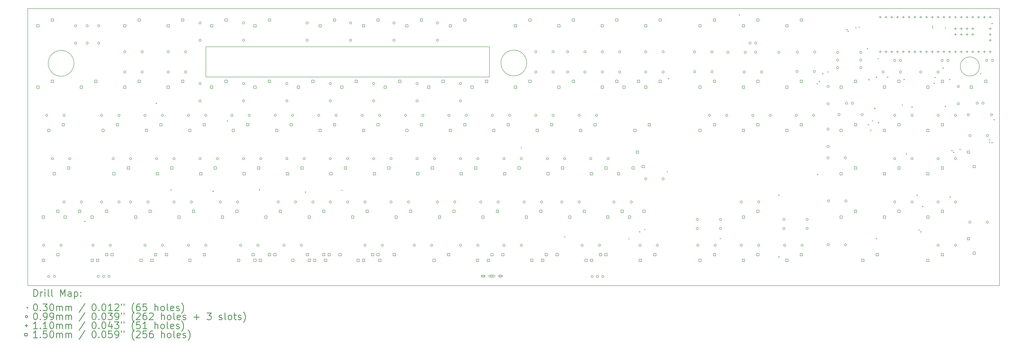
<source format=gbr>
%FSLAX45Y45*%
G04 Gerber Fmt 4.5, Leading zero omitted, Abs format (unit mm)*
G04 Created by KiCad (PCBNEW 4.0.5+dfsg1-4) date Tue Aug 15 23:30:54 2017*
%MOMM*%
%LPD*%
G01*
G04 APERTURE LIST*
%ADD10C,0.127000*%
%ADD11C,0.200000*%
%ADD12C,0.150000*%
%ADD13C,0.300000*%
G04 APERTURE END LIST*
D10*
D11*
X43467253Y-4075000D02*
G75*
G03X43467253Y-4075000I-417253J0D01*
G01*
D12*
X3742961Y-3937000D02*
G75*
G03X3742961Y-3937000I-567961J0D01*
G01*
X23606961Y-3922000D02*
G75*
G03X23606961Y-3922000I-567961J0D01*
G01*
X21971000Y-3213100D02*
X9525000Y-3213100D01*
X21971000Y-4540250D02*
X21971000Y-3213100D01*
X9525000Y-4540250D02*
X21971000Y-4540250D01*
X9525000Y-3213100D02*
X9525000Y-4540250D01*
X1714500Y-13716000D02*
X1714500Y-1524000D01*
X44354750Y-13716000D02*
X1714500Y-13716000D01*
X44354750Y-1524000D02*
X44354750Y-13716000D01*
X1714500Y-1524000D02*
X44354750Y-1524000D01*
D11*
X4205000Y-10875000D02*
X4235000Y-10905000D01*
X4235000Y-10875000D02*
X4205000Y-10905000D01*
X7335000Y-5685000D02*
X7365000Y-5715000D01*
X7365000Y-5685000D02*
X7335000Y-5715000D01*
X7985000Y-9485000D02*
X8015000Y-9515000D01*
X8015000Y-9485000D02*
X7985000Y-9515000D01*
X9835000Y-9555000D02*
X9865000Y-9585000D01*
X9865000Y-9555000D02*
X9835000Y-9585000D01*
X10455000Y-6460000D02*
X10485000Y-6490000D01*
X10485000Y-6460000D02*
X10455000Y-6490000D01*
X11865000Y-9485000D02*
X11895000Y-9515000D01*
X11895000Y-9485000D02*
X11865000Y-9515000D01*
X13885000Y-9585000D02*
X13915000Y-9615000D01*
X13915000Y-9585000D02*
X13885000Y-9615000D01*
X15485000Y-9505000D02*
X15515000Y-9535000D01*
X15515000Y-9505000D02*
X15485000Y-9535000D01*
X23350000Y-7635000D02*
X23380000Y-7665000D01*
X23380000Y-7635000D02*
X23350000Y-7665000D01*
X25265000Y-11555000D02*
X25295000Y-11585000D01*
X25295000Y-11555000D02*
X25265000Y-11585000D01*
X28085000Y-11640000D02*
X28115000Y-11670000D01*
X28115000Y-11640000D02*
X28085000Y-11670000D01*
X28550000Y-11330000D02*
X28580000Y-11360000D01*
X28580000Y-11330000D02*
X28550000Y-11360000D01*
X28770000Y-11235000D02*
X28800000Y-11265000D01*
X28800000Y-11235000D02*
X28770000Y-11265000D01*
X29760000Y-8685000D02*
X29790000Y-8715000D01*
X29790000Y-8685000D02*
X29760000Y-8715000D01*
X29815000Y-4595000D02*
X29845000Y-4625000D01*
X29845000Y-4595000D02*
X29815000Y-4625000D01*
X32090000Y-11630000D02*
X32120000Y-11660000D01*
X32120000Y-11630000D02*
X32090000Y-11660000D01*
X32925000Y-1795000D02*
X32955000Y-1825000D01*
X32955000Y-1795000D02*
X32925000Y-1825000D01*
X34655000Y-9720000D02*
X34685000Y-9750000D01*
X34685000Y-9720000D02*
X34655000Y-9750000D01*
X34660000Y-12430000D02*
X34690000Y-12460000D01*
X34690000Y-12430000D02*
X34660000Y-12460000D01*
X36340000Y-4825000D02*
X36370000Y-4855000D01*
X36370000Y-4825000D02*
X36340000Y-4855000D01*
X36360000Y-8810000D02*
X36390000Y-8840000D01*
X36390000Y-8810000D02*
X36360000Y-8840000D01*
X36435000Y-4720000D02*
X36465000Y-4750000D01*
X36465000Y-4720000D02*
X36435000Y-4750000D01*
X36580000Y-4380000D02*
X36610000Y-4410000D01*
X36610000Y-4380000D02*
X36580000Y-4410000D01*
X36815000Y-4300000D02*
X36845000Y-4330000D01*
X36845000Y-4300000D02*
X36815000Y-4330000D01*
X37650000Y-2440000D02*
X37680000Y-2470000D01*
X37680000Y-2440000D02*
X37650000Y-2470000D01*
X37695000Y-2515000D02*
X37725000Y-2545000D01*
X37725000Y-2515000D02*
X37695000Y-2545000D01*
X38040000Y-2360000D02*
X38070000Y-2390000D01*
X38070000Y-2360000D02*
X38040000Y-2390000D01*
X38185000Y-2335000D02*
X38215000Y-2365000D01*
X38215000Y-2335000D02*
X38185000Y-2365000D01*
X38540000Y-3280000D02*
X38570000Y-3310000D01*
X38570000Y-3280000D02*
X38540000Y-3310000D01*
X38580000Y-6620000D02*
X38610000Y-6650000D01*
X38610000Y-6620000D02*
X38580000Y-6650000D01*
X38615000Y-4640000D02*
X38645000Y-4670000D01*
X38645000Y-4640000D02*
X38615000Y-4670000D01*
X38690000Y-6865000D02*
X38720000Y-6895000D01*
X38720000Y-6865000D02*
X38690000Y-6895000D01*
X38770000Y-6450000D02*
X38800000Y-6480000D01*
X38800000Y-6450000D02*
X38770000Y-6480000D01*
X38865000Y-5905000D02*
X38895000Y-5935000D01*
X38895000Y-5905000D02*
X38865000Y-5935000D01*
X38945000Y-4530000D02*
X38975000Y-4560000D01*
X38975000Y-4530000D02*
X38945000Y-4560000D01*
X38945000Y-11630000D02*
X38975000Y-11660000D01*
X38975000Y-11630000D02*
X38945000Y-11660000D01*
X39015000Y-3715000D02*
X39045000Y-3745000D01*
X39045000Y-3715000D02*
X39015000Y-3745000D01*
X39030000Y-6530000D02*
X39060000Y-6560000D01*
X39060000Y-6530000D02*
X39030000Y-6560000D01*
X39430000Y-4530000D02*
X39460000Y-4560000D01*
X39460000Y-4530000D02*
X39430000Y-4560000D01*
X40075000Y-5755000D02*
X40105000Y-5785000D01*
X40105000Y-5755000D02*
X40075000Y-5785000D01*
X40155000Y-4635000D02*
X40185000Y-4665000D01*
X40185000Y-4635000D02*
X40155000Y-4665000D01*
X40255000Y-7915000D02*
X40285000Y-7945000D01*
X40285000Y-7915000D02*
X40255000Y-7945000D01*
X40500000Y-5845000D02*
X40530000Y-5875000D01*
X40530000Y-5845000D02*
X40500000Y-5875000D01*
X40725000Y-9720000D02*
X40755000Y-9750000D01*
X40755000Y-9720000D02*
X40725000Y-9750000D01*
X40810000Y-11250000D02*
X40840000Y-11280000D01*
X40840000Y-11250000D02*
X40810000Y-11280000D01*
X40885000Y-11330000D02*
X40915000Y-11360000D01*
X40915000Y-11330000D02*
X40885000Y-11360000D01*
X40965000Y-10215000D02*
X40995000Y-10245000D01*
X40995000Y-10215000D02*
X40965000Y-10245000D01*
X41400000Y-2285000D02*
X41430000Y-2315000D01*
X41430000Y-2285000D02*
X41400000Y-2315000D01*
X41405000Y-2360000D02*
X41435000Y-2390000D01*
X41435000Y-2360000D02*
X41405000Y-2390000D01*
X41475000Y-4805000D02*
X41505000Y-4835000D01*
X41505000Y-4805000D02*
X41475000Y-4835000D01*
X41515000Y-4545000D02*
X41545000Y-4575000D01*
X41545000Y-4545000D02*
X41515000Y-4575000D01*
X41860000Y-4135000D02*
X41890000Y-4165000D01*
X41890000Y-4135000D02*
X41860000Y-4165000D01*
X41960000Y-2360000D02*
X41990000Y-2390000D01*
X41990000Y-2360000D02*
X41960000Y-2390000D01*
X41965000Y-5810000D02*
X41995000Y-5840000D01*
X41995000Y-5810000D02*
X41965000Y-5840000D01*
X42155000Y-4635000D02*
X42185000Y-4665000D01*
X42185000Y-4635000D02*
X42155000Y-4665000D01*
X42175000Y-9805000D02*
X42205000Y-9835000D01*
X42205000Y-9805000D02*
X42175000Y-9835000D01*
X42250000Y-7760000D02*
X42280000Y-7790000D01*
X42280000Y-7760000D02*
X42250000Y-7790000D01*
X42330000Y-7835000D02*
X42360000Y-7865000D01*
X42360000Y-7835000D02*
X42330000Y-7865000D01*
X42610000Y-7710000D02*
X42640000Y-7740000D01*
X42640000Y-7710000D02*
X42610000Y-7740000D01*
X43510000Y-4385000D02*
X43540000Y-4415000D01*
X43540000Y-4385000D02*
X43510000Y-4415000D01*
X43910000Y-7285000D02*
X43940000Y-7315000D01*
X43940000Y-7285000D02*
X43910000Y-7315000D01*
X43910000Y-7385000D02*
X43940000Y-7415000D01*
X43940000Y-7385000D02*
X43910000Y-7415000D01*
X44010000Y-7410000D02*
X44040000Y-7440000D01*
X44040000Y-7410000D02*
X44010000Y-7440000D01*
X44015000Y-2170000D02*
X44045000Y-2200000D01*
X44045000Y-2170000D02*
X44015000Y-2200000D01*
X44105000Y-6405000D02*
X44135000Y-6435000D01*
X44135000Y-6405000D02*
X44105000Y-6435000D01*
X2462530Y-11938000D02*
G75*
G03X2462530Y-11938000I-49530J0D01*
G01*
X2589530Y-6223000D02*
G75*
G03X2589530Y-6223000I-49530J0D01*
G01*
X2682530Y-13310000D02*
G75*
G03X2682530Y-13310000I-49530J0D01*
G01*
X2843530Y-8128000D02*
G75*
G03X2843530Y-8128000I-49530J0D01*
G01*
X2936530Y-13310000D02*
G75*
G03X2936530Y-13310000I-49530J0D01*
G01*
X3224530Y-11938000D02*
G75*
G03X3224530Y-11938000I-49530J0D01*
G01*
X3351530Y-6223000D02*
G75*
G03X3351530Y-6223000I-49530J0D01*
G01*
X3351530Y-10033000D02*
G75*
G03X3351530Y-10033000I-49530J0D01*
G01*
X3605530Y-8128000D02*
G75*
G03X3605530Y-8128000I-49530J0D01*
G01*
X3859530Y-2286000D02*
G75*
G03X3859530Y-2286000I-49530J0D01*
G01*
X3859530Y-3048000D02*
G75*
G03X3859530Y-3048000I-49530J0D01*
G01*
X4113530Y-10033000D02*
G75*
G03X4113530Y-10033000I-49530J0D01*
G01*
X4367530Y-2286000D02*
G75*
G03X4367530Y-2286000I-49530J0D01*
G01*
X4367530Y-3048000D02*
G75*
G03X4367530Y-3048000I-49530J0D01*
G01*
X4621530Y-11938000D02*
G75*
G03X4621530Y-11938000I-49530J0D01*
G01*
X4855530Y-13305000D02*
G75*
G03X4855530Y-13305000I-49530J0D01*
G01*
X4875530Y-2286000D02*
G75*
G03X4875530Y-2286000I-49530J0D01*
G01*
X4875530Y-3048000D02*
G75*
G03X4875530Y-3048000I-49530J0D01*
G01*
X5002530Y-6223000D02*
G75*
G03X5002530Y-6223000I-49530J0D01*
G01*
X5002530Y-10033000D02*
G75*
G03X5002530Y-10033000I-49530J0D01*
G01*
X5089530Y-13305000D02*
G75*
G03X5089530Y-13305000I-49530J0D01*
G01*
X5323530Y-13305000D02*
G75*
G03X5323530Y-13305000I-49530J0D01*
G01*
X5383530Y-11938000D02*
G75*
G03X5383530Y-11938000I-49530J0D01*
G01*
X5510530Y-8128000D02*
G75*
G03X5510530Y-8128000I-49530J0D01*
G01*
X5764530Y-6223000D02*
G75*
G03X5764530Y-6223000I-49530J0D01*
G01*
X5764530Y-10033000D02*
G75*
G03X5764530Y-10033000I-49530J0D01*
G01*
X6018530Y-3429000D02*
G75*
G03X6018530Y-3429000I-49530J0D01*
G01*
X6018530Y-4318000D02*
G75*
G03X6018530Y-4318000I-49530J0D01*
G01*
X6272530Y-8128000D02*
G75*
G03X6272530Y-8128000I-49530J0D01*
G01*
X6272530Y-10033000D02*
G75*
G03X6272530Y-10033000I-49530J0D01*
G01*
X6780530Y-3429000D02*
G75*
G03X6780530Y-3429000I-49530J0D01*
G01*
X6780530Y-4318000D02*
G75*
G03X6780530Y-4318000I-49530J0D01*
G01*
X6907530Y-6223000D02*
G75*
G03X6907530Y-6223000I-49530J0D01*
G01*
X6907530Y-11938000D02*
G75*
G03X6907530Y-11938000I-49530J0D01*
G01*
X7034530Y-10033000D02*
G75*
G03X7034530Y-10033000I-49530J0D01*
G01*
X7415530Y-8128000D02*
G75*
G03X7415530Y-8128000I-49530J0D01*
G01*
X7669530Y-6223000D02*
G75*
G03X7669530Y-6223000I-49530J0D01*
G01*
X7669530Y-11938000D02*
G75*
G03X7669530Y-11938000I-49530J0D01*
G01*
X7923530Y-3429000D02*
G75*
G03X7923530Y-3429000I-49530J0D01*
G01*
X7923530Y-4318000D02*
G75*
G03X7923530Y-4318000I-49530J0D01*
G01*
X8177530Y-8128000D02*
G75*
G03X8177530Y-8128000I-49530J0D01*
G01*
X8177530Y-10033000D02*
G75*
G03X8177530Y-10033000I-49530J0D01*
G01*
X8685530Y-3429000D02*
G75*
G03X8685530Y-3429000I-49530J0D01*
G01*
X8685530Y-4318000D02*
G75*
G03X8685530Y-4318000I-49530J0D01*
G01*
X8812530Y-6223000D02*
G75*
G03X8812530Y-6223000I-49530J0D01*
G01*
X8812530Y-11938000D02*
G75*
G03X8812530Y-11938000I-49530J0D01*
G01*
X8939530Y-10033000D02*
G75*
G03X8939530Y-10033000I-49530J0D01*
G01*
X9320530Y-2159000D02*
G75*
G03X9320530Y-2159000I-49530J0D01*
G01*
X9320530Y-2921000D02*
G75*
G03X9320530Y-2921000I-49530J0D01*
G01*
X9320530Y-4826000D02*
G75*
G03X9320530Y-4826000I-49530J0D01*
G01*
X9320530Y-5588000D02*
G75*
G03X9320530Y-5588000I-49530J0D01*
G01*
X9320530Y-8128000D02*
G75*
G03X9320530Y-8128000I-49530J0D01*
G01*
X9574530Y-6223000D02*
G75*
G03X9574530Y-6223000I-49530J0D01*
G01*
X9574530Y-11938000D02*
G75*
G03X9574530Y-11938000I-49530J0D01*
G01*
X10082530Y-8128000D02*
G75*
G03X10082530Y-8128000I-49530J0D01*
G01*
X10209530Y-10033000D02*
G75*
G03X10209530Y-10033000I-49530J0D01*
G01*
X10717530Y-6223000D02*
G75*
G03X10717530Y-6223000I-49530J0D01*
G01*
X10971530Y-10033000D02*
G75*
G03X10971530Y-10033000I-49530J0D01*
G01*
X11098530Y-11938000D02*
G75*
G03X11098530Y-11938000I-49530J0D01*
G01*
X11225530Y-2159000D02*
G75*
G03X11225530Y-2159000I-49530J0D01*
G01*
X11225530Y-2921000D02*
G75*
G03X11225530Y-2921000I-49530J0D01*
G01*
X11225530Y-4826000D02*
G75*
G03X11225530Y-4826000I-49530J0D01*
G01*
X11225530Y-5588000D02*
G75*
G03X11225530Y-5588000I-49530J0D01*
G01*
X11225530Y-8128000D02*
G75*
G03X11225530Y-8128000I-49530J0D01*
G01*
X11479530Y-6223000D02*
G75*
G03X11479530Y-6223000I-49530J0D01*
G01*
X11860530Y-11938000D02*
G75*
G03X11860530Y-11938000I-49530J0D01*
G01*
X11987530Y-8128000D02*
G75*
G03X11987530Y-8128000I-49530J0D01*
G01*
X12622530Y-6223000D02*
G75*
G03X12622530Y-6223000I-49530J0D01*
G01*
X12749530Y-10033000D02*
G75*
G03X12749530Y-10033000I-49530J0D01*
G01*
X13003530Y-11938000D02*
G75*
G03X13003530Y-11938000I-49530J0D01*
G01*
X13130530Y-4826000D02*
G75*
G03X13130530Y-4826000I-49530J0D01*
G01*
X13130530Y-5588000D02*
G75*
G03X13130530Y-5588000I-49530J0D01*
G01*
X13130530Y-8128000D02*
G75*
G03X13130530Y-8128000I-49530J0D01*
G01*
X13384530Y-6223000D02*
G75*
G03X13384530Y-6223000I-49530J0D01*
G01*
X13511530Y-10033000D02*
G75*
G03X13511530Y-10033000I-49530J0D01*
G01*
X13765530Y-11938000D02*
G75*
G03X13765530Y-11938000I-49530J0D01*
G01*
X13892530Y-8128000D02*
G75*
G03X13892530Y-8128000I-49530J0D01*
G01*
X14019530Y-2159000D02*
G75*
G03X14019530Y-2159000I-49530J0D01*
G01*
X14019530Y-2921000D02*
G75*
G03X14019530Y-2921000I-49530J0D01*
G01*
X14273530Y-10033000D02*
G75*
G03X14273530Y-10033000I-49530J0D01*
G01*
X14527530Y-6223000D02*
G75*
G03X14527530Y-6223000I-49530J0D01*
G01*
X15035530Y-4826000D02*
G75*
G03X15035530Y-4826000I-49530J0D01*
G01*
X15035530Y-5588000D02*
G75*
G03X15035530Y-5588000I-49530J0D01*
G01*
X15035530Y-8128000D02*
G75*
G03X15035530Y-8128000I-49530J0D01*
G01*
X15035530Y-10033000D02*
G75*
G03X15035530Y-10033000I-49530J0D01*
G01*
X15289530Y-6223000D02*
G75*
G03X15289530Y-6223000I-49530J0D01*
G01*
X15797530Y-8128000D02*
G75*
G03X15797530Y-8128000I-49530J0D01*
G01*
X15797530Y-10033000D02*
G75*
G03X15797530Y-10033000I-49530J0D01*
G01*
X15924530Y-2159000D02*
G75*
G03X15924530Y-2159000I-49530J0D01*
G01*
X15924530Y-2921000D02*
G75*
G03X15924530Y-2921000I-49530J0D01*
G01*
X16432530Y-6223000D02*
G75*
G03X16432530Y-6223000I-49530J0D01*
G01*
X16559530Y-10033000D02*
G75*
G03X16559530Y-10033000I-49530J0D01*
G01*
X16559530Y-11938000D02*
G75*
G03X16559530Y-11938000I-49530J0D01*
G01*
X16940530Y-4826000D02*
G75*
G03X16940530Y-4826000I-49530J0D01*
G01*
X16940530Y-5588000D02*
G75*
G03X16940530Y-5588000I-49530J0D01*
G01*
X16940530Y-8128000D02*
G75*
G03X16940530Y-8128000I-49530J0D01*
G01*
X17194530Y-6223000D02*
G75*
G03X17194530Y-6223000I-49530J0D01*
G01*
X17321530Y-11938000D02*
G75*
G03X17321530Y-11938000I-49530J0D01*
G01*
X17702530Y-8128000D02*
G75*
G03X17702530Y-8128000I-49530J0D01*
G01*
X17702530Y-10033000D02*
G75*
G03X17702530Y-10033000I-49530J0D01*
G01*
X17829530Y-2159000D02*
G75*
G03X17829530Y-2159000I-49530J0D01*
G01*
X17829530Y-2921000D02*
G75*
G03X17829530Y-2921000I-49530J0D01*
G01*
X18337530Y-6223000D02*
G75*
G03X18337530Y-6223000I-49530J0D01*
G01*
X18464530Y-10033000D02*
G75*
G03X18464530Y-10033000I-49530J0D01*
G01*
X18718530Y-11938000D02*
G75*
G03X18718530Y-11938000I-49530J0D01*
G01*
X18845530Y-4826000D02*
G75*
G03X18845530Y-4826000I-49530J0D01*
G01*
X18845530Y-5588000D02*
G75*
G03X18845530Y-5588000I-49530J0D01*
G01*
X18845530Y-8128000D02*
G75*
G03X18845530Y-8128000I-49530J0D01*
G01*
X19099530Y-6223000D02*
G75*
G03X19099530Y-6223000I-49530J0D01*
G01*
X19480530Y-11938000D02*
G75*
G03X19480530Y-11938000I-49530J0D01*
G01*
X19607530Y-8128000D02*
G75*
G03X19607530Y-8128000I-49530J0D01*
G01*
X19734530Y-2159000D02*
G75*
G03X19734530Y-2159000I-49530J0D01*
G01*
X19734530Y-2921000D02*
G75*
G03X19734530Y-2921000I-49530J0D01*
G01*
X19734530Y-10033000D02*
G75*
G03X19734530Y-10033000I-49530J0D01*
G01*
X20242530Y-6223000D02*
G75*
G03X20242530Y-6223000I-49530J0D01*
G01*
X20496530Y-10033000D02*
G75*
G03X20496530Y-10033000I-49530J0D01*
G01*
X20750530Y-4826000D02*
G75*
G03X20750530Y-4826000I-49530J0D01*
G01*
X20750530Y-5588000D02*
G75*
G03X20750530Y-5588000I-49530J0D01*
G01*
X20750530Y-8128000D02*
G75*
G03X20750530Y-8128000I-49530J0D01*
G01*
X20750530Y-11938000D02*
G75*
G03X20750530Y-11938000I-49530J0D01*
G01*
X21004530Y-6223000D02*
G75*
G03X21004530Y-6223000I-49530J0D01*
G01*
X21512530Y-8128000D02*
G75*
G03X21512530Y-8128000I-49530J0D01*
G01*
X21512530Y-11938000D02*
G75*
G03X21512530Y-11938000I-49530J0D01*
G01*
X21639530Y-10033000D02*
G75*
G03X21639530Y-10033000I-49530J0D01*
G01*
X21743530Y-13295000D02*
G75*
G03X21743530Y-13295000I-49530J0D01*
G01*
X21644000Y-13334530D02*
X21744000Y-13334530D01*
X21644000Y-13255470D02*
X21744000Y-13255470D01*
X21744000Y-13334530D02*
G75*
G03X21744000Y-13255470I0J39530D01*
G01*
X21644000Y-13255470D02*
G75*
G03X21644000Y-13334530I0J-39530D01*
G01*
X22124530Y-13295000D02*
G75*
G03X22124530Y-13295000I-49530J0D01*
G01*
X21975000Y-13334530D02*
X22175000Y-13334530D01*
X21975000Y-13255470D02*
X22175000Y-13255470D01*
X22175000Y-13334530D02*
G75*
G03X22175000Y-13255470I0J39530D01*
G01*
X21975000Y-13255470D02*
G75*
G03X21975000Y-13334530I0J-39530D01*
G01*
X22147530Y-6223000D02*
G75*
G03X22147530Y-6223000I-49530J0D01*
G01*
X22401530Y-10033000D02*
G75*
G03X22401530Y-10033000I-49530J0D01*
G01*
X22505530Y-13295000D02*
G75*
G03X22505530Y-13295000I-49530J0D01*
G01*
X22406000Y-13334530D02*
X22506000Y-13334530D01*
X22406000Y-13255470D02*
X22506000Y-13255470D01*
X22506000Y-13334530D02*
G75*
G03X22506000Y-13255470I0J39530D01*
G01*
X22406000Y-13255470D02*
G75*
G03X22406000Y-13334530I0J-39530D01*
G01*
X22655530Y-8128000D02*
G75*
G03X22655530Y-8128000I-49530J0D01*
G01*
X22655530Y-11938000D02*
G75*
G03X22655530Y-11938000I-49530J0D01*
G01*
X22909530Y-6223000D02*
G75*
G03X22909530Y-6223000I-49530J0D01*
G01*
X23417530Y-8128000D02*
G75*
G03X23417530Y-8128000I-49530J0D01*
G01*
X23417530Y-11938000D02*
G75*
G03X23417530Y-11938000I-49530J0D01*
G01*
X23544530Y-10033000D02*
G75*
G03X23544530Y-10033000I-49530J0D01*
G01*
X24052530Y-3429000D02*
G75*
G03X24052530Y-3429000I-49530J0D01*
G01*
X24052530Y-4318000D02*
G75*
G03X24052530Y-4318000I-49530J0D01*
G01*
X24052530Y-6223000D02*
G75*
G03X24052530Y-6223000I-49530J0D01*
G01*
X24306530Y-10033000D02*
G75*
G03X24306530Y-10033000I-49530J0D01*
G01*
X24560530Y-8128000D02*
G75*
G03X24560530Y-8128000I-49530J0D01*
G01*
X24814530Y-3429000D02*
G75*
G03X24814530Y-3429000I-49530J0D01*
G01*
X24814530Y-4318000D02*
G75*
G03X24814530Y-4318000I-49530J0D01*
G01*
X24814530Y-6223000D02*
G75*
G03X24814530Y-6223000I-49530J0D01*
G01*
X25195530Y-10033000D02*
G75*
G03X25195530Y-10033000I-49530J0D01*
G01*
X25322530Y-8128000D02*
G75*
G03X25322530Y-8128000I-49530J0D01*
G01*
X25449530Y-3429000D02*
G75*
G03X25449530Y-3429000I-49530J0D01*
G01*
X25449530Y-4318000D02*
G75*
G03X25449530Y-4318000I-49530J0D01*
G01*
X25957530Y-6223000D02*
G75*
G03X25957530Y-6223000I-49530J0D01*
G01*
X25957530Y-10033000D02*
G75*
G03X25957530Y-10033000I-49530J0D01*
G01*
X26084530Y-11938000D02*
G75*
G03X26084530Y-11938000I-49530J0D01*
G01*
X26211530Y-3429000D02*
G75*
G03X26211530Y-3429000I-49530J0D01*
G01*
X26211530Y-4318000D02*
G75*
G03X26211530Y-4318000I-49530J0D01*
G01*
X26465530Y-8128000D02*
G75*
G03X26465530Y-8128000I-49530J0D01*
G01*
X26525530Y-13315000D02*
G75*
G03X26525530Y-13315000I-49530J0D01*
G01*
X26719530Y-6223000D02*
G75*
G03X26719530Y-6223000I-49530J0D01*
G01*
X26759530Y-13315000D02*
G75*
G03X26759530Y-13315000I-49530J0D01*
G01*
X26846530Y-11938000D02*
G75*
G03X26846530Y-11938000I-49530J0D01*
G01*
X26973530Y-3429000D02*
G75*
G03X26973530Y-3429000I-49530J0D01*
G01*
X26973530Y-4318000D02*
G75*
G03X26973530Y-4318000I-49530J0D01*
G01*
X26993530Y-13315000D02*
G75*
G03X26993530Y-13315000I-49530J0D01*
G01*
X27227530Y-8128000D02*
G75*
G03X27227530Y-8128000I-49530J0D01*
G01*
X27481530Y-10033000D02*
G75*
G03X27481530Y-10033000I-49530J0D01*
G01*
X27735530Y-3429000D02*
G75*
G03X27735530Y-3429000I-49530J0D01*
G01*
X27735530Y-4318000D02*
G75*
G03X27735530Y-4318000I-49530J0D01*
G01*
X28243530Y-10033000D02*
G75*
G03X28243530Y-10033000I-49530J0D01*
G01*
X28624530Y-11938000D02*
G75*
G03X28624530Y-11938000I-49530J0D01*
G01*
X28878530Y-3429000D02*
G75*
G03X28878530Y-3429000I-49530J0D01*
G01*
X28878530Y-4318000D02*
G75*
G03X28878530Y-4318000I-49530J0D01*
G01*
X28878530Y-9017000D02*
G75*
G03X28878530Y-9017000I-49530J0D01*
G01*
X29386530Y-11938000D02*
G75*
G03X29386530Y-11938000I-49530J0D01*
G01*
X29640530Y-3429000D02*
G75*
G03X29640530Y-3429000I-49530J0D01*
G01*
X29640530Y-4318000D02*
G75*
G03X29640530Y-4318000I-49530J0D01*
G01*
X29640530Y-9017000D02*
G75*
G03X29640530Y-9017000I-49530J0D01*
G01*
X31018530Y-3435000D02*
G75*
G03X31018530Y-3435000I-49530J0D01*
G01*
X31023530Y-4305000D02*
G75*
G03X31023530Y-4305000I-49530J0D01*
G01*
X31141530Y-10800000D02*
G75*
G03X31141530Y-10800000I-49530J0D01*
G01*
X31141530Y-11200000D02*
G75*
G03X31141530Y-11200000I-49530J0D01*
G01*
X31164530Y-11938000D02*
G75*
G03X31164530Y-11938000I-49530J0D01*
G01*
X31672530Y-6223000D02*
G75*
G03X31672530Y-6223000I-49530J0D01*
G01*
X31780530Y-3435000D02*
G75*
G03X31780530Y-3435000I-49530J0D01*
G01*
X31785530Y-4305000D02*
G75*
G03X31785530Y-4305000I-49530J0D01*
G01*
X31926530Y-11938000D02*
G75*
G03X31926530Y-11938000I-49530J0D01*
G01*
X32157530Y-10800000D02*
G75*
G03X32157530Y-10800000I-49530J0D01*
G01*
X32157530Y-11200000D02*
G75*
G03X32157530Y-11200000I-49530J0D01*
G01*
X32434530Y-6223000D02*
G75*
G03X32434530Y-6223000I-49530J0D01*
G01*
X32483530Y-3450000D02*
G75*
G03X32483530Y-3450000I-49530J0D01*
G01*
X33069530Y-10033000D02*
G75*
G03X33069530Y-10033000I-49530J0D01*
G01*
X33069530Y-11938000D02*
G75*
G03X33069530Y-11938000I-49530J0D01*
G01*
X33196530Y-4318000D02*
G75*
G03X33196530Y-4318000I-49530J0D01*
G01*
X33245530Y-3450000D02*
G75*
G03X33245530Y-3450000I-49530J0D01*
G01*
X33452530Y-3045000D02*
G75*
G03X33452530Y-3045000I-49530J0D01*
G01*
X33577530Y-6223000D02*
G75*
G03X33577530Y-6223000I-49530J0D01*
G01*
X33701530Y-3450000D02*
G75*
G03X33701530Y-3450000I-49530J0D01*
G01*
X33706530Y-3045000D02*
G75*
G03X33706530Y-3045000I-49530J0D01*
G01*
X33831530Y-10033000D02*
G75*
G03X33831530Y-10033000I-49530J0D01*
G01*
X33831530Y-11938000D02*
G75*
G03X33831530Y-11938000I-49530J0D01*
G01*
X33958530Y-4318000D02*
G75*
G03X33958530Y-4318000I-49530J0D01*
G01*
X34339530Y-6223000D02*
G75*
G03X34339530Y-6223000I-49530J0D01*
G01*
X34717530Y-3450000D02*
G75*
G03X34717530Y-3450000I-49530J0D01*
G01*
X34941530Y-10800000D02*
G75*
G03X34941530Y-10800000I-49530J0D01*
G01*
X34941530Y-11200000D02*
G75*
G03X34941530Y-11200000I-49530J0D01*
G01*
X34974530Y-11938000D02*
G75*
G03X34974530Y-11938000I-49530J0D01*
G01*
X35482530Y-6223000D02*
G75*
G03X35482530Y-6223000I-49530J0D01*
G01*
X35513530Y-4290000D02*
G75*
G03X35513530Y-4290000I-49530J0D01*
G01*
X35528530Y-3440000D02*
G75*
G03X35528530Y-3440000I-49530J0D01*
G01*
X35736530Y-11938000D02*
G75*
G03X35736530Y-11938000I-49530J0D01*
G01*
X35957530Y-10800000D02*
G75*
G03X35957530Y-10800000I-49530J0D01*
G01*
X35957530Y-11200000D02*
G75*
G03X35957530Y-11200000I-49530J0D01*
G01*
X36244530Y-6223000D02*
G75*
G03X36244530Y-6223000I-49530J0D01*
G01*
X36275530Y-4290000D02*
G75*
G03X36275530Y-4290000I-49530J0D01*
G01*
X36290530Y-3440000D02*
G75*
G03X36290530Y-3440000I-49530J0D01*
G01*
X36873530Y-8095000D02*
G75*
G03X36873530Y-8095000I-49530J0D01*
G01*
X36879530Y-4954000D02*
G75*
G03X36879530Y-4954000I-49530J0D01*
G01*
X36879530Y-5716000D02*
G75*
G03X36879530Y-5716000I-49530J0D01*
G01*
X36879530Y-6829000D02*
G75*
G03X36879530Y-6829000I-49530J0D01*
G01*
X36879530Y-7591000D02*
G75*
G03X36879530Y-7591000I-49530J0D01*
G01*
X36883530Y-11915000D02*
G75*
G03X36883530Y-11915000I-49530J0D01*
G01*
X36898530Y-9990000D02*
G75*
G03X36898530Y-9990000I-49530J0D01*
G01*
X37299530Y-3456000D02*
G75*
G03X37299530Y-3456000I-49530J0D01*
G01*
X37299530Y-3794000D02*
G75*
G03X37299530Y-3794000I-49530J0D01*
G01*
X37299530Y-4125000D02*
G75*
G03X37299530Y-4125000I-49530J0D01*
G01*
X37356530Y-6195000D02*
G75*
G03X37356530Y-6195000I-49530J0D01*
G01*
X37635530Y-8095000D02*
G75*
G03X37635530Y-8095000I-49530J0D01*
G01*
X37645530Y-11915000D02*
G75*
G03X37645530Y-11915000I-49530J0D01*
G01*
X37660530Y-9990000D02*
G75*
G03X37660530Y-9990000I-49530J0D01*
G01*
X37692530Y-5690000D02*
G75*
G03X37692530Y-5690000I-49530J0D01*
G01*
X37946530Y-5690000D02*
G75*
G03X37946530Y-5690000I-49530J0D01*
G01*
X38315530Y-3456000D02*
G75*
G03X38315530Y-3456000I-49530J0D01*
G01*
X38315530Y-3794000D02*
G75*
G03X38315530Y-3794000I-49530J0D01*
G01*
X38315530Y-4125000D02*
G75*
G03X38315530Y-4125000I-49530J0D01*
G01*
X38372530Y-6195000D02*
G75*
G03X38372530Y-6195000I-49530J0D01*
G01*
X39292530Y-4318000D02*
G75*
G03X39292530Y-4318000I-49530J0D01*
G01*
X39800530Y-3810000D02*
G75*
G03X39800530Y-3810000I-49530J0D01*
G01*
X39800530Y-6223000D02*
G75*
G03X39800530Y-6223000I-49530J0D01*
G01*
X39800530Y-8128000D02*
G75*
G03X39800530Y-8128000I-49530J0D01*
G01*
X39800530Y-10033000D02*
G75*
G03X39800530Y-10033000I-49530J0D01*
G01*
X40054530Y-3810000D02*
G75*
G03X40054530Y-3810000I-49530J0D01*
G01*
X40054530Y-4318000D02*
G75*
G03X40054530Y-4318000I-49530J0D01*
G01*
X40562530Y-6223000D02*
G75*
G03X40562530Y-6223000I-49530J0D01*
G01*
X40562530Y-8128000D02*
G75*
G03X40562530Y-8128000I-49530J0D01*
G01*
X40562530Y-10033000D02*
G75*
G03X40562530Y-10033000I-49530J0D01*
G01*
X40943530Y-4318000D02*
G75*
G03X40943530Y-4318000I-49530J0D01*
G01*
X41705530Y-4318000D02*
G75*
G03X41705530Y-4318000I-49530J0D01*
G01*
X41705530Y-6223000D02*
G75*
G03X41705530Y-6223000I-49530J0D01*
G01*
X41705530Y-8128000D02*
G75*
G03X41705530Y-8128000I-49530J0D01*
G01*
X41705530Y-10033000D02*
G75*
G03X41705530Y-10033000I-49530J0D01*
G01*
X41705530Y-11938000D02*
G75*
G03X41705530Y-11938000I-49530J0D01*
G01*
X41883330Y-3810000D02*
G75*
G03X41883330Y-3810000I-49530J0D01*
G01*
X42137330Y-3810000D02*
G75*
G03X42137330Y-3810000I-49530J0D01*
G01*
X42467530Y-6223000D02*
G75*
G03X42467530Y-6223000I-49530J0D01*
G01*
X42467530Y-8128000D02*
G75*
G03X42467530Y-8128000I-49530J0D01*
G01*
X42467530Y-10033000D02*
G75*
G03X42467530Y-10033000I-49530J0D01*
G01*
X42467530Y-11938000D02*
G75*
G03X42467530Y-11938000I-49530J0D01*
G01*
X42594530Y-4953000D02*
G75*
G03X42594530Y-4953000I-49530J0D01*
G01*
X42594530Y-5715000D02*
G75*
G03X42594530Y-5715000I-49530J0D01*
G01*
X43031530Y-6200000D02*
G75*
G03X43031530Y-6200000I-49530J0D01*
G01*
X43102530Y-7112000D02*
G75*
G03X43102530Y-7112000I-49530J0D01*
G01*
X43102530Y-10922000D02*
G75*
G03X43102530Y-10922000I-49530J0D01*
G01*
X43422530Y-5685000D02*
G75*
G03X43422530Y-5685000I-49530J0D01*
G01*
X43676530Y-5685000D02*
G75*
G03X43676530Y-5685000I-49530J0D01*
G01*
X43839130Y-3810000D02*
G75*
G03X43839130Y-3810000I-49530J0D01*
G01*
X43864530Y-7112000D02*
G75*
G03X43864530Y-7112000I-49530J0D01*
G01*
X43864530Y-10922000D02*
G75*
G03X43864530Y-10922000I-49530J0D01*
G01*
X44047530Y-6200000D02*
G75*
G03X44047530Y-6200000I-49530J0D01*
G01*
X44093130Y-3810000D02*
G75*
G03X44093130Y-3810000I-49530J0D01*
G01*
X39116000Y-1850000D02*
X39116000Y-1960000D01*
X39061000Y-1905000D02*
X39171000Y-1905000D01*
X39116000Y-3374000D02*
X39116000Y-3484000D01*
X39061000Y-3429000D02*
X39171000Y-3429000D01*
X39370000Y-1850000D02*
X39370000Y-1960000D01*
X39315000Y-1905000D02*
X39425000Y-1905000D01*
X39370000Y-3374000D02*
X39370000Y-3484000D01*
X39315000Y-3429000D02*
X39425000Y-3429000D01*
X39624000Y-1850000D02*
X39624000Y-1960000D01*
X39569000Y-1905000D02*
X39679000Y-1905000D01*
X39624000Y-3374000D02*
X39624000Y-3484000D01*
X39569000Y-3429000D02*
X39679000Y-3429000D01*
X39878000Y-1850000D02*
X39878000Y-1960000D01*
X39823000Y-1905000D02*
X39933000Y-1905000D01*
X39878000Y-3374000D02*
X39878000Y-3484000D01*
X39823000Y-3429000D02*
X39933000Y-3429000D01*
X40132000Y-1850000D02*
X40132000Y-1960000D01*
X40077000Y-1905000D02*
X40187000Y-1905000D01*
X40132000Y-3374000D02*
X40132000Y-3484000D01*
X40077000Y-3429000D02*
X40187000Y-3429000D01*
X40386000Y-1850000D02*
X40386000Y-1960000D01*
X40331000Y-1905000D02*
X40441000Y-1905000D01*
X40386000Y-3374000D02*
X40386000Y-3484000D01*
X40331000Y-3429000D02*
X40441000Y-3429000D01*
X40640000Y-1850000D02*
X40640000Y-1960000D01*
X40585000Y-1905000D02*
X40695000Y-1905000D01*
X40640000Y-3374000D02*
X40640000Y-3484000D01*
X40585000Y-3429000D02*
X40695000Y-3429000D01*
X40894000Y-1850000D02*
X40894000Y-1960000D01*
X40839000Y-1905000D02*
X40949000Y-1905000D01*
X40894000Y-3374000D02*
X40894000Y-3484000D01*
X40839000Y-3429000D02*
X40949000Y-3429000D01*
X41148000Y-1850000D02*
X41148000Y-1960000D01*
X41093000Y-1905000D02*
X41203000Y-1905000D01*
X41148000Y-3374000D02*
X41148000Y-3484000D01*
X41093000Y-3429000D02*
X41203000Y-3429000D01*
X41402000Y-1850000D02*
X41402000Y-1960000D01*
X41347000Y-1905000D02*
X41457000Y-1905000D01*
X41402000Y-3374000D02*
X41402000Y-3484000D01*
X41347000Y-3429000D02*
X41457000Y-3429000D01*
X41656000Y-1850000D02*
X41656000Y-1960000D01*
X41601000Y-1905000D02*
X41711000Y-1905000D01*
X41656000Y-3374000D02*
X41656000Y-3484000D01*
X41601000Y-3429000D02*
X41711000Y-3429000D01*
X41910000Y-1850000D02*
X41910000Y-1960000D01*
X41855000Y-1905000D02*
X41965000Y-1905000D01*
X41910000Y-3374000D02*
X41910000Y-3484000D01*
X41855000Y-3429000D02*
X41965000Y-3429000D01*
X42164000Y-1850000D02*
X42164000Y-1960000D01*
X42109000Y-1905000D02*
X42219000Y-1905000D01*
X42164000Y-3374000D02*
X42164000Y-3484000D01*
X42109000Y-3429000D02*
X42219000Y-3429000D01*
X42418000Y-1850000D02*
X42418000Y-1960000D01*
X42363000Y-1905000D02*
X42473000Y-1905000D01*
X42418000Y-2358000D02*
X42418000Y-2468000D01*
X42363000Y-2413000D02*
X42473000Y-2413000D01*
X42418000Y-2612000D02*
X42418000Y-2722000D01*
X42363000Y-2667000D02*
X42473000Y-2667000D01*
X42418000Y-3374000D02*
X42418000Y-3484000D01*
X42363000Y-3429000D02*
X42473000Y-3429000D01*
X42672000Y-1850000D02*
X42672000Y-1960000D01*
X42617000Y-1905000D02*
X42727000Y-1905000D01*
X42672000Y-2358000D02*
X42672000Y-2468000D01*
X42617000Y-2413000D02*
X42727000Y-2413000D01*
X42672000Y-2612000D02*
X42672000Y-2722000D01*
X42617000Y-2667000D02*
X42727000Y-2667000D01*
X42672000Y-3374000D02*
X42672000Y-3484000D01*
X42617000Y-3429000D02*
X42727000Y-3429000D01*
X42926000Y-1850000D02*
X42926000Y-1960000D01*
X42871000Y-1905000D02*
X42981000Y-1905000D01*
X42926000Y-2358000D02*
X42926000Y-2468000D01*
X42871000Y-2413000D02*
X42981000Y-2413000D01*
X42926000Y-2612000D02*
X42926000Y-2722000D01*
X42871000Y-2667000D02*
X42981000Y-2667000D01*
X42926000Y-3374000D02*
X42926000Y-3484000D01*
X42871000Y-3429000D02*
X42981000Y-3429000D01*
X43180000Y-1850000D02*
X43180000Y-1960000D01*
X43125000Y-1905000D02*
X43235000Y-1905000D01*
X43180000Y-2358000D02*
X43180000Y-2468000D01*
X43125000Y-2413000D02*
X43235000Y-2413000D01*
X43180000Y-2612000D02*
X43180000Y-2722000D01*
X43125000Y-2667000D02*
X43235000Y-2667000D01*
X43180000Y-3374000D02*
X43180000Y-3484000D01*
X43125000Y-3429000D02*
X43235000Y-3429000D01*
X43434000Y-1850000D02*
X43434000Y-1960000D01*
X43379000Y-1905000D02*
X43489000Y-1905000D01*
X43434000Y-3374000D02*
X43434000Y-3484000D01*
X43379000Y-3429000D02*
X43489000Y-3429000D01*
X43688000Y-1850000D02*
X43688000Y-1960000D01*
X43633000Y-1905000D02*
X43743000Y-1905000D01*
X43688000Y-3374000D02*
X43688000Y-3484000D01*
X43633000Y-3429000D02*
X43743000Y-3429000D01*
X43942000Y-1850000D02*
X43942000Y-1960000D01*
X43887000Y-1905000D02*
X43997000Y-1905000D01*
X43942000Y-2358000D02*
X43942000Y-2468000D01*
X43887000Y-2413000D02*
X43997000Y-2413000D01*
X43942000Y-2612000D02*
X43942000Y-2722000D01*
X43887000Y-2667000D02*
X43997000Y-2667000D01*
X43942000Y-2866000D02*
X43942000Y-2976000D01*
X43887000Y-2921000D02*
X43997000Y-2921000D01*
X43942000Y-3374000D02*
X43942000Y-3484000D01*
X43887000Y-3429000D02*
X43997000Y-3429000D01*
X2211984Y-2338984D02*
X2211984Y-2233016D01*
X2106016Y-2233016D01*
X2106016Y-2338984D01*
X2211984Y-2338984D01*
X2211984Y-5037734D02*
X2211984Y-4931766D01*
X2106016Y-4931766D01*
X2106016Y-5037734D01*
X2211984Y-5037734D01*
X2448524Y-10752784D02*
X2448524Y-10646816D01*
X2342556Y-10646816D01*
X2342556Y-10752784D01*
X2448524Y-10752784D01*
X2450264Y-12657784D02*
X2450264Y-12551816D01*
X2344296Y-12551816D01*
X2344296Y-12657784D01*
X2450264Y-12657784D01*
X2688234Y-6942734D02*
X2688234Y-6836766D01*
X2582266Y-6836766D01*
X2582266Y-6942734D01*
X2688234Y-6942734D01*
X2846984Y-2084984D02*
X2846984Y-1979016D01*
X2741016Y-1979016D01*
X2741016Y-2084984D01*
X2846984Y-2084984D01*
X2846984Y-4783734D02*
X2846984Y-4677766D01*
X2741016Y-4677766D01*
X2741016Y-4783734D01*
X2846984Y-4783734D01*
X2926454Y-8847734D02*
X2926454Y-8741766D01*
X2820486Y-8741766D01*
X2820486Y-8847734D01*
X2926454Y-8847734D01*
X3083524Y-10498784D02*
X3083524Y-10392816D01*
X2977556Y-10392816D01*
X2977556Y-10498784D01*
X3083524Y-10498784D01*
X3085264Y-12403784D02*
X3085264Y-12297816D01*
X2979296Y-12297816D01*
X2979296Y-12403784D01*
X3085264Y-12403784D01*
X3323234Y-6688734D02*
X3323234Y-6582766D01*
X3217266Y-6582766D01*
X3217266Y-6688734D01*
X3323234Y-6688734D01*
X3402764Y-10752784D02*
X3402764Y-10646816D01*
X3296796Y-10646816D01*
X3296796Y-10752784D01*
X3402764Y-10752784D01*
X3561454Y-8593734D02*
X3561454Y-8487766D01*
X3455486Y-8487766D01*
X3455486Y-8593734D01*
X3561454Y-8593734D01*
X4037764Y-10498784D02*
X4037764Y-10392816D01*
X3931796Y-10392816D01*
X3931796Y-10498784D01*
X4037764Y-10498784D01*
X4116984Y-5037734D02*
X4116984Y-4931766D01*
X4011016Y-4931766D01*
X4011016Y-5037734D01*
X4116984Y-5037734D01*
X4591644Y-10752784D02*
X4591644Y-10646816D01*
X4485676Y-10646816D01*
X4485676Y-10752784D01*
X4591644Y-10752784D01*
X4593234Y-12657784D02*
X4593234Y-12551816D01*
X4487266Y-12551816D01*
X4487266Y-12657784D01*
X4593234Y-12657784D01*
X4751984Y-4783734D02*
X4751984Y-4677766D01*
X4646016Y-4677766D01*
X4646016Y-4783734D01*
X4751984Y-4783734D01*
X4831364Y-12657784D02*
X4831364Y-12551816D01*
X4725396Y-12551816D01*
X4725396Y-12657784D01*
X4831364Y-12657784D01*
X5069484Y-6942734D02*
X5069484Y-6836766D01*
X4963516Y-6836766D01*
X4963516Y-6942734D01*
X5069484Y-6942734D01*
X5226644Y-10498784D02*
X5226644Y-10392816D01*
X5120676Y-10392816D01*
X5120676Y-10498784D01*
X5226644Y-10498784D01*
X5228234Y-12403784D02*
X5228234Y-12297816D01*
X5122266Y-12297816D01*
X5122266Y-12403784D01*
X5228234Y-12403784D01*
X5466364Y-12403784D02*
X5466364Y-12297816D01*
X5360396Y-12297816D01*
X5360396Y-12403784D01*
X5466364Y-12403784D01*
X5545734Y-8847734D02*
X5545734Y-8741766D01*
X5439766Y-8741766D01*
X5439766Y-8847734D01*
X5545734Y-8847734D01*
X5704484Y-6688734D02*
X5704484Y-6582766D01*
X5598516Y-6582766D01*
X5598516Y-6688734D01*
X5704484Y-6688734D01*
X6021984Y-2338984D02*
X6021984Y-2233016D01*
X5916016Y-2233016D01*
X5916016Y-2338984D01*
X6021984Y-2338984D01*
X6021984Y-5037734D02*
X6021984Y-4931766D01*
X5916016Y-4931766D01*
X5916016Y-5037734D01*
X6021984Y-5037734D01*
X6180734Y-8593734D02*
X6180734Y-8487766D01*
X6074766Y-8487766D01*
X6074766Y-8593734D01*
X6180734Y-8593734D01*
X6498234Y-10752784D02*
X6498234Y-10646816D01*
X6392266Y-10646816D01*
X6392266Y-10752784D01*
X6498234Y-10752784D01*
X6656984Y-2084984D02*
X6656984Y-1979016D01*
X6551016Y-1979016D01*
X6551016Y-2084984D01*
X6656984Y-2084984D01*
X6656984Y-4783734D02*
X6656984Y-4677766D01*
X6551016Y-4677766D01*
X6551016Y-4783734D01*
X6656984Y-4783734D01*
X6736364Y-12657784D02*
X6736364Y-12551816D01*
X6630396Y-12551816D01*
X6630396Y-12657784D01*
X6736364Y-12657784D01*
X6974484Y-6942734D02*
X6974484Y-6836766D01*
X6868516Y-6836766D01*
X6868516Y-6942734D01*
X6974484Y-6942734D01*
X7133234Y-10498784D02*
X7133234Y-10392816D01*
X7027266Y-10392816D01*
X7027266Y-10498784D01*
X7133234Y-10498784D01*
X7212604Y-12657784D02*
X7212604Y-12551816D01*
X7106636Y-12551816D01*
X7106636Y-12657784D01*
X7212604Y-12657784D01*
X7371364Y-12403784D02*
X7371364Y-12297816D01*
X7265396Y-12297816D01*
X7265396Y-12403784D01*
X7371364Y-12403784D01*
X7450734Y-8847734D02*
X7450734Y-8741766D01*
X7344766Y-8741766D01*
X7344766Y-8847734D01*
X7450734Y-8847734D01*
X7609484Y-6688734D02*
X7609484Y-6582766D01*
X7503516Y-6582766D01*
X7503516Y-6688734D01*
X7609484Y-6688734D01*
X7847604Y-12403784D02*
X7847604Y-12297816D01*
X7741636Y-12297816D01*
X7741636Y-12403784D01*
X7847604Y-12403784D01*
X7926984Y-2338984D02*
X7926984Y-2233016D01*
X7821016Y-2233016D01*
X7821016Y-2338984D01*
X7926984Y-2338984D01*
X7926984Y-5037734D02*
X7926984Y-4931766D01*
X7821016Y-4931766D01*
X7821016Y-5037734D01*
X7926984Y-5037734D01*
X8085734Y-8593734D02*
X8085734Y-8487766D01*
X7979766Y-8487766D01*
X7979766Y-8593734D01*
X8085734Y-8593734D01*
X8403234Y-10752784D02*
X8403234Y-10646816D01*
X8297266Y-10646816D01*
X8297266Y-10752784D01*
X8403234Y-10752784D01*
X8561984Y-2084984D02*
X8561984Y-1979016D01*
X8456016Y-1979016D01*
X8456016Y-2084984D01*
X8561984Y-2084984D01*
X8561984Y-4783734D02*
X8561984Y-4677766D01*
X8456016Y-4677766D01*
X8456016Y-4783734D01*
X8561984Y-4783734D01*
X8879484Y-6942734D02*
X8879484Y-6836766D01*
X8773516Y-6836766D01*
X8773516Y-6942734D01*
X8879484Y-6942734D01*
X8879484Y-12657784D02*
X8879484Y-12551816D01*
X8773516Y-12551816D01*
X8773516Y-12657784D01*
X8879484Y-12657784D01*
X9038234Y-10498784D02*
X9038234Y-10392816D01*
X8932266Y-10392816D01*
X8932266Y-10498784D01*
X9038234Y-10498784D01*
X9355734Y-8847734D02*
X9355734Y-8741766D01*
X9249766Y-8741766D01*
X9249766Y-8847734D01*
X9355734Y-8847734D01*
X9514484Y-6688734D02*
X9514484Y-6582766D01*
X9408516Y-6582766D01*
X9408516Y-6688734D01*
X9514484Y-6688734D01*
X9514484Y-12403784D02*
X9514484Y-12297816D01*
X9408516Y-12297816D01*
X9408516Y-12403784D01*
X9514484Y-12403784D01*
X9831984Y-2338984D02*
X9831984Y-2233016D01*
X9726016Y-2233016D01*
X9726016Y-2338984D01*
X9831984Y-2338984D01*
X9831984Y-5037734D02*
X9831984Y-4931766D01*
X9726016Y-4931766D01*
X9726016Y-5037734D01*
X9831984Y-5037734D01*
X9990734Y-8593734D02*
X9990734Y-8487766D01*
X9884766Y-8487766D01*
X9884766Y-8593734D01*
X9990734Y-8593734D01*
X10308184Y-10752784D02*
X10308184Y-10646816D01*
X10202216Y-10646816D01*
X10202216Y-10752784D01*
X10308184Y-10752784D01*
X10466984Y-2084984D02*
X10466984Y-1979016D01*
X10361016Y-1979016D01*
X10361016Y-2084984D01*
X10466984Y-2084984D01*
X10466984Y-4783734D02*
X10466984Y-4677766D01*
X10361016Y-4677766D01*
X10361016Y-4783734D01*
X10466984Y-4783734D01*
X10784484Y-6942734D02*
X10784484Y-6836766D01*
X10678516Y-6836766D01*
X10678516Y-6942734D01*
X10784484Y-6942734D01*
X10943184Y-10498784D02*
X10943184Y-10392816D01*
X10837216Y-10392816D01*
X10837216Y-10498784D01*
X10943184Y-10498784D01*
X11020684Y-12657784D02*
X11020684Y-12551816D01*
X10914716Y-12551816D01*
X10914716Y-12657784D01*
X11020684Y-12657784D01*
X11260784Y-8847734D02*
X11260784Y-8741766D01*
X11154816Y-8741766D01*
X11154816Y-8847734D01*
X11260784Y-8847734D01*
X11419484Y-6688734D02*
X11419484Y-6582766D01*
X11313516Y-6582766D01*
X11313516Y-6688734D01*
X11419484Y-6688734D01*
X11655684Y-12403784D02*
X11655684Y-12297816D01*
X11549716Y-12297816D01*
X11549716Y-12403784D01*
X11655684Y-12403784D01*
X11736984Y-2338984D02*
X11736984Y-2233016D01*
X11631016Y-2233016D01*
X11631016Y-2338984D01*
X11736984Y-2338984D01*
X11736984Y-5037734D02*
X11736984Y-4931766D01*
X11631016Y-4931766D01*
X11631016Y-5037734D01*
X11736984Y-5037734D01*
X11736984Y-12657784D02*
X11736984Y-12551816D01*
X11631016Y-12551816D01*
X11631016Y-12657784D01*
X11736984Y-12657784D01*
X11895784Y-8593734D02*
X11895784Y-8487766D01*
X11789816Y-8487766D01*
X11789816Y-8593734D01*
X11895784Y-8593734D01*
X11973484Y-12657784D02*
X11973484Y-12551816D01*
X11867516Y-12551816D01*
X11867516Y-12657784D01*
X11973484Y-12657784D01*
X12213184Y-10752784D02*
X12213184Y-10646816D01*
X12107216Y-10646816D01*
X12107216Y-10752784D01*
X12213184Y-10752784D01*
X12371984Y-2084984D02*
X12371984Y-1979016D01*
X12266016Y-1979016D01*
X12266016Y-2084984D01*
X12371984Y-2084984D01*
X12371984Y-4783734D02*
X12371984Y-4677766D01*
X12266016Y-4677766D01*
X12266016Y-4783734D01*
X12371984Y-4783734D01*
X12371984Y-12403784D02*
X12371984Y-12297816D01*
X12266016Y-12297816D01*
X12266016Y-12403784D01*
X12371984Y-12403784D01*
X12608484Y-12403784D02*
X12608484Y-12297816D01*
X12502516Y-12297816D01*
X12502516Y-12403784D01*
X12608484Y-12403784D01*
X12689484Y-6942734D02*
X12689484Y-6836766D01*
X12583516Y-6836766D01*
X12583516Y-6942734D01*
X12689484Y-6942734D01*
X12848184Y-10498784D02*
X12848184Y-10392816D01*
X12742216Y-10392816D01*
X12742216Y-10498784D01*
X12848184Y-10498784D01*
X13165784Y-8847734D02*
X13165784Y-8741766D01*
X13059816Y-8741766D01*
X13059816Y-8847734D01*
X13165784Y-8847734D01*
X13324484Y-6688734D02*
X13324484Y-6582766D01*
X13218516Y-6582766D01*
X13218516Y-6688734D01*
X13324484Y-6688734D01*
X13400684Y-12657784D02*
X13400684Y-12551816D01*
X13294716Y-12551816D01*
X13294716Y-12657784D01*
X13400684Y-12657784D01*
X13641984Y-5037734D02*
X13641984Y-4931766D01*
X13536016Y-4931766D01*
X13536016Y-5037734D01*
X13641984Y-5037734D01*
X13800784Y-8593734D02*
X13800784Y-8487766D01*
X13694816Y-8487766D01*
X13694816Y-8593734D01*
X13800784Y-8593734D01*
X14035684Y-12403784D02*
X14035684Y-12297816D01*
X13929716Y-12297816D01*
X13929716Y-12403784D01*
X14035684Y-12403784D01*
X14118184Y-10752784D02*
X14118184Y-10646816D01*
X14012216Y-10646816D01*
X14012216Y-10752784D01*
X14118184Y-10752784D01*
X14118184Y-12657784D02*
X14118184Y-12551816D01*
X14012216Y-12551816D01*
X14012216Y-12657784D01*
X14118184Y-12657784D01*
X14276984Y-4783734D02*
X14276984Y-4677766D01*
X14171016Y-4677766D01*
X14171016Y-4783734D01*
X14276984Y-4783734D01*
X14356384Y-12657784D02*
X14356384Y-12551816D01*
X14250416Y-12551816D01*
X14250416Y-12657784D01*
X14356384Y-12657784D01*
X14594484Y-2338984D02*
X14594484Y-2233016D01*
X14488516Y-2233016D01*
X14488516Y-2338984D01*
X14594484Y-2338984D01*
X14594484Y-6942734D02*
X14594484Y-6836766D01*
X14488516Y-6836766D01*
X14488516Y-6942734D01*
X14594484Y-6942734D01*
X14753184Y-10498784D02*
X14753184Y-10392816D01*
X14647216Y-10392816D01*
X14647216Y-10498784D01*
X14753184Y-10498784D01*
X14753184Y-12403784D02*
X14753184Y-12297816D01*
X14647216Y-12297816D01*
X14647216Y-12403784D01*
X14753184Y-12403784D01*
X14832584Y-12657784D02*
X14832584Y-12551816D01*
X14726616Y-12551816D01*
X14726616Y-12657784D01*
X14832584Y-12657784D01*
X14991384Y-12403784D02*
X14991384Y-12297816D01*
X14885416Y-12297816D01*
X14885416Y-12403784D01*
X14991384Y-12403784D01*
X15070784Y-8847734D02*
X15070784Y-8741766D01*
X14964816Y-8741766D01*
X14964816Y-8847734D01*
X15070784Y-8847734D01*
X15229484Y-2084984D02*
X15229484Y-1979016D01*
X15123516Y-1979016D01*
X15123516Y-2084984D01*
X15229484Y-2084984D01*
X15229484Y-6688734D02*
X15229484Y-6582766D01*
X15123516Y-6582766D01*
X15123516Y-6688734D01*
X15229484Y-6688734D01*
X15467584Y-12403784D02*
X15467584Y-12297816D01*
X15361616Y-12297816D01*
X15361616Y-12403784D01*
X15467584Y-12403784D01*
X15546984Y-5037734D02*
X15546984Y-4931766D01*
X15441016Y-4931766D01*
X15441016Y-5037734D01*
X15546984Y-5037734D01*
X15705784Y-8593734D02*
X15705784Y-8487766D01*
X15599816Y-8487766D01*
X15599816Y-8593734D01*
X15705784Y-8593734D01*
X16023184Y-10752784D02*
X16023184Y-10646816D01*
X15917216Y-10646816D01*
X15917216Y-10752784D01*
X16023184Y-10752784D01*
X16181984Y-4783734D02*
X16181984Y-4677766D01*
X16076016Y-4677766D01*
X16076016Y-4783734D01*
X16181984Y-4783734D01*
X16261384Y-12657784D02*
X16261384Y-12551816D01*
X16155416Y-12551816D01*
X16155416Y-12657784D01*
X16261384Y-12657784D01*
X16499184Y-12657784D02*
X16499184Y-12551816D01*
X16393216Y-12551816D01*
X16393216Y-12657784D01*
X16499184Y-12657784D01*
X16499484Y-2338984D02*
X16499484Y-2233016D01*
X16393516Y-2233016D01*
X16393516Y-2338984D01*
X16499484Y-2338984D01*
X16499484Y-6942734D02*
X16499484Y-6836766D01*
X16393516Y-6836766D01*
X16393516Y-6942734D01*
X16499484Y-6942734D01*
X16658184Y-10498784D02*
X16658184Y-10392816D01*
X16552216Y-10392816D01*
X16552216Y-10498784D01*
X16658184Y-10498784D01*
X16896384Y-12403784D02*
X16896384Y-12297816D01*
X16790416Y-12297816D01*
X16790416Y-12403784D01*
X16896384Y-12403784D01*
X16975784Y-8847734D02*
X16975784Y-8741766D01*
X16869816Y-8741766D01*
X16869816Y-8847734D01*
X16975784Y-8847734D01*
X17134184Y-12403784D02*
X17134184Y-12297816D01*
X17028216Y-12297816D01*
X17028216Y-12403784D01*
X17134184Y-12403784D01*
X17134484Y-2084984D02*
X17134484Y-1979016D01*
X17028516Y-1979016D01*
X17028516Y-2084984D01*
X17134484Y-2084984D01*
X17134484Y-6688734D02*
X17134484Y-6582766D01*
X17028516Y-6582766D01*
X17028516Y-6688734D01*
X17134484Y-6688734D01*
X17214484Y-12657784D02*
X17214484Y-12551816D01*
X17108516Y-12551816D01*
X17108516Y-12657784D01*
X17214484Y-12657784D01*
X17451984Y-5037734D02*
X17451984Y-4931766D01*
X17346016Y-4931766D01*
X17346016Y-5037734D01*
X17451984Y-5037734D01*
X17610784Y-8593734D02*
X17610784Y-8487766D01*
X17504816Y-8487766D01*
X17504816Y-8593734D01*
X17610784Y-8593734D01*
X17849484Y-12403784D02*
X17849484Y-12297816D01*
X17743516Y-12297816D01*
X17743516Y-12403784D01*
X17849484Y-12403784D01*
X17928184Y-10752784D02*
X17928184Y-10646816D01*
X17822216Y-10646816D01*
X17822216Y-10752784D01*
X17928184Y-10752784D01*
X18086984Y-4783734D02*
X18086984Y-4677766D01*
X17981016Y-4677766D01*
X17981016Y-4783734D01*
X18086984Y-4783734D01*
X18404484Y-2338984D02*
X18404484Y-2233016D01*
X18298516Y-2233016D01*
X18298516Y-2338984D01*
X18404484Y-2338984D01*
X18404484Y-6942734D02*
X18404484Y-6836766D01*
X18298516Y-6836766D01*
X18298516Y-6942734D01*
X18404484Y-6942734D01*
X18563184Y-10498784D02*
X18563184Y-10392816D01*
X18457216Y-10392816D01*
X18457216Y-10498784D01*
X18563184Y-10498784D01*
X18880784Y-8847734D02*
X18880784Y-8741766D01*
X18774816Y-8741766D01*
X18774816Y-8847734D01*
X18880784Y-8847734D01*
X19039484Y-2084984D02*
X19039484Y-1979016D01*
X18933516Y-1979016D01*
X18933516Y-2084984D01*
X19039484Y-2084984D01*
X19039484Y-6688734D02*
X19039484Y-6582766D01*
X18933516Y-6582766D01*
X18933516Y-6688734D01*
X19039484Y-6688734D01*
X19356984Y-5037734D02*
X19356984Y-4931766D01*
X19251016Y-4931766D01*
X19251016Y-5037734D01*
X19356984Y-5037734D01*
X19515784Y-8593734D02*
X19515784Y-8487766D01*
X19409816Y-8487766D01*
X19409816Y-8593734D01*
X19515784Y-8593734D01*
X19594884Y-12657784D02*
X19594884Y-12551816D01*
X19488916Y-12551816D01*
X19488916Y-12657784D01*
X19594884Y-12657784D01*
X19833184Y-10752784D02*
X19833184Y-10646816D01*
X19727216Y-10646816D01*
X19727216Y-10752784D01*
X19833184Y-10752784D01*
X19991984Y-4783734D02*
X19991984Y-4677766D01*
X19886016Y-4677766D01*
X19886016Y-4783734D01*
X19991984Y-4783734D01*
X20229884Y-12403784D02*
X20229884Y-12297816D01*
X20123916Y-12297816D01*
X20123916Y-12403784D01*
X20229884Y-12403784D01*
X20309484Y-2338984D02*
X20309484Y-2233016D01*
X20203516Y-2233016D01*
X20203516Y-2338984D01*
X20309484Y-2338984D01*
X20309484Y-6942734D02*
X20309484Y-6836766D01*
X20203516Y-6836766D01*
X20203516Y-6942734D01*
X20309484Y-6942734D01*
X20468184Y-10498784D02*
X20468184Y-10392816D01*
X20362216Y-10392816D01*
X20362216Y-10498784D01*
X20468184Y-10498784D01*
X20785784Y-8847734D02*
X20785784Y-8741766D01*
X20679816Y-8741766D01*
X20679816Y-8847734D01*
X20785784Y-8847734D01*
X20944484Y-2084984D02*
X20944484Y-1979016D01*
X20838516Y-1979016D01*
X20838516Y-2084984D01*
X20944484Y-2084984D01*
X20944484Y-6688734D02*
X20944484Y-6582766D01*
X20838516Y-6582766D01*
X20838516Y-6688734D01*
X20944484Y-6688734D01*
X21261984Y-5037734D02*
X21261984Y-4931766D01*
X21156016Y-4931766D01*
X21156016Y-5037734D01*
X21261984Y-5037734D01*
X21420784Y-8593734D02*
X21420784Y-8487766D01*
X21314816Y-8487766D01*
X21314816Y-8593734D01*
X21420784Y-8593734D01*
X21500084Y-12657784D02*
X21500084Y-12551816D01*
X21394116Y-12551816D01*
X21394116Y-12657784D01*
X21500084Y-12657784D01*
X21738184Y-10752784D02*
X21738184Y-10646816D01*
X21632216Y-10646816D01*
X21632216Y-10752784D01*
X21738184Y-10752784D01*
X21896984Y-4783734D02*
X21896984Y-4677766D01*
X21791016Y-4677766D01*
X21791016Y-4783734D01*
X21896984Y-4783734D01*
X21977584Y-12657784D02*
X21977584Y-12551816D01*
X21871616Y-12551816D01*
X21871616Y-12657784D01*
X21977584Y-12657784D01*
X22135084Y-12403784D02*
X22135084Y-12297816D01*
X22029116Y-12297816D01*
X22029116Y-12403784D01*
X22135084Y-12403784D01*
X22214484Y-6942734D02*
X22214484Y-6836766D01*
X22108516Y-6836766D01*
X22108516Y-6942734D01*
X22214484Y-6942734D01*
X22373184Y-10498784D02*
X22373184Y-10392816D01*
X22267216Y-10392816D01*
X22267216Y-10498784D01*
X22373184Y-10498784D01*
X22612584Y-12403784D02*
X22612584Y-12297816D01*
X22506616Y-12297816D01*
X22506616Y-12403784D01*
X22612584Y-12403784D01*
X22690784Y-8847734D02*
X22690784Y-8741766D01*
X22584816Y-8741766D01*
X22584816Y-8847734D01*
X22690784Y-8847734D01*
X22849484Y-6688734D02*
X22849484Y-6582766D01*
X22743516Y-6582766D01*
X22743516Y-6688734D01*
X22849484Y-6688734D01*
X23166984Y-2338984D02*
X23166984Y-2233016D01*
X23061016Y-2233016D01*
X23061016Y-2338984D01*
X23166984Y-2338984D01*
X23166984Y-5037734D02*
X23166984Y-4931766D01*
X23061016Y-4931766D01*
X23061016Y-5037734D01*
X23166984Y-5037734D01*
X23325784Y-8593734D02*
X23325784Y-8487766D01*
X23219816Y-8487766D01*
X23219816Y-8593734D01*
X23325784Y-8593734D01*
X23643184Y-10752784D02*
X23643184Y-10646816D01*
X23537216Y-10646816D01*
X23537216Y-10752784D01*
X23643184Y-10752784D01*
X23801984Y-2084984D02*
X23801984Y-1979016D01*
X23696016Y-1979016D01*
X23696016Y-2084984D01*
X23801984Y-2084984D01*
X23801984Y-4783734D02*
X23801984Y-4677766D01*
X23696016Y-4677766D01*
X23696016Y-4783734D01*
X23801984Y-4783734D01*
X23881384Y-12657784D02*
X23881384Y-12551816D01*
X23775416Y-12551816D01*
X23775416Y-12657784D01*
X23881384Y-12657784D01*
X24119484Y-6942734D02*
X24119484Y-6836766D01*
X24013516Y-6836766D01*
X24013516Y-6942734D01*
X24119484Y-6942734D01*
X24278184Y-10498784D02*
X24278184Y-10392816D01*
X24172216Y-10392816D01*
X24172216Y-10498784D01*
X24278184Y-10498784D01*
X24357584Y-12657784D02*
X24357584Y-12551816D01*
X24251616Y-12551816D01*
X24251616Y-12657784D01*
X24357584Y-12657784D01*
X24516384Y-12403784D02*
X24516384Y-12297816D01*
X24410416Y-12297816D01*
X24410416Y-12403784D01*
X24516384Y-12403784D01*
X24595784Y-8847734D02*
X24595784Y-8741766D01*
X24489816Y-8741766D01*
X24489816Y-8847734D01*
X24595784Y-8847734D01*
X24754484Y-6688734D02*
X24754484Y-6582766D01*
X24648516Y-6582766D01*
X24648516Y-6688734D01*
X24754484Y-6688734D01*
X24992584Y-12403784D02*
X24992584Y-12297816D01*
X24886616Y-12297816D01*
X24886616Y-12403784D01*
X24992584Y-12403784D01*
X25071984Y-2338984D02*
X25071984Y-2233016D01*
X24966016Y-2233016D01*
X24966016Y-2338984D01*
X25071984Y-2338984D01*
X25071984Y-5037734D02*
X25071984Y-4931766D01*
X24966016Y-4931766D01*
X24966016Y-5037734D01*
X25071984Y-5037734D01*
X25230784Y-8593734D02*
X25230784Y-8487766D01*
X25124816Y-8487766D01*
X25124816Y-8593734D01*
X25230784Y-8593734D01*
X25548184Y-10752784D02*
X25548184Y-10646816D01*
X25442216Y-10646816D01*
X25442216Y-10752784D01*
X25548184Y-10752784D01*
X25706984Y-2084984D02*
X25706984Y-1979016D01*
X25601016Y-1979016D01*
X25601016Y-2084984D01*
X25706984Y-2084984D01*
X25706984Y-4783734D02*
X25706984Y-4677766D01*
X25601016Y-4677766D01*
X25601016Y-4783734D01*
X25706984Y-4783734D01*
X26024484Y-6942734D02*
X26024484Y-6836766D01*
X25918516Y-6836766D01*
X25918516Y-6942734D01*
X26024484Y-6942734D01*
X26183184Y-10498784D02*
X26183184Y-10392816D01*
X26077216Y-10392816D01*
X26077216Y-10498784D01*
X26183184Y-10498784D01*
X26262584Y-12657784D02*
X26262584Y-12551816D01*
X26156616Y-12551816D01*
X26156616Y-12657784D01*
X26262584Y-12657784D01*
X26500784Y-8847734D02*
X26500784Y-8741766D01*
X26394816Y-8741766D01*
X26394816Y-8847734D01*
X26500784Y-8847734D01*
X26500784Y-12657784D02*
X26500784Y-12551816D01*
X26394816Y-12551816D01*
X26394816Y-12657784D01*
X26500784Y-12657784D01*
X26659484Y-6688734D02*
X26659484Y-6582766D01*
X26553516Y-6582766D01*
X26553516Y-6688734D01*
X26659484Y-6688734D01*
X26897584Y-12403784D02*
X26897584Y-12297816D01*
X26791616Y-12297816D01*
X26791616Y-12403784D01*
X26897584Y-12403784D01*
X26976984Y-2338984D02*
X26976984Y-2233016D01*
X26871016Y-2233016D01*
X26871016Y-2338984D01*
X26976984Y-2338984D01*
X26976984Y-5037734D02*
X26976984Y-4931766D01*
X26871016Y-4931766D01*
X26871016Y-5037734D01*
X26976984Y-5037734D01*
X27135784Y-8593734D02*
X27135784Y-8487766D01*
X27029816Y-8487766D01*
X27029816Y-8593734D01*
X27135784Y-8593734D01*
X27135784Y-12403784D02*
X27135784Y-12297816D01*
X27029816Y-12297816D01*
X27029816Y-12403784D01*
X27135784Y-12403784D01*
X27213484Y-10752784D02*
X27213484Y-10646816D01*
X27107516Y-10646816D01*
X27107516Y-10752784D01*
X27213484Y-10752784D01*
X27611984Y-2084984D02*
X27611984Y-1979016D01*
X27506016Y-1979016D01*
X27506016Y-2084984D01*
X27611984Y-2084984D01*
X27611984Y-4783734D02*
X27611984Y-4677766D01*
X27506016Y-4677766D01*
X27506016Y-4783734D01*
X27611984Y-4783734D01*
X27691484Y-8847734D02*
X27691484Y-8741766D01*
X27585516Y-8741766D01*
X27585516Y-8847734D01*
X27691484Y-8847734D01*
X27848484Y-10498784D02*
X27848484Y-10392816D01*
X27742516Y-10392816D01*
X27742516Y-10498784D01*
X27848484Y-10498784D01*
X27929484Y-5037734D02*
X27929484Y-4931766D01*
X27823516Y-4931766D01*
X27823516Y-5037734D01*
X27929484Y-5037734D01*
X28167584Y-10752784D02*
X28167584Y-10646816D01*
X28061616Y-10646816D01*
X28061616Y-10752784D01*
X28167584Y-10752784D01*
X28326484Y-8593734D02*
X28326484Y-8487766D01*
X28220516Y-8487766D01*
X28220516Y-8593734D01*
X28326484Y-8593734D01*
X28405784Y-6942734D02*
X28405784Y-6836766D01*
X28299816Y-6836766D01*
X28299816Y-6942734D01*
X28405784Y-6942734D01*
X28518484Y-7895234D02*
X28518484Y-7789266D01*
X28412516Y-7789266D01*
X28412516Y-7895234D01*
X28518484Y-7895234D01*
X28564484Y-4783734D02*
X28564484Y-4677766D01*
X28458516Y-4677766D01*
X28458516Y-4783734D01*
X28564484Y-4783734D01*
X28642884Y-12657784D02*
X28642884Y-12551816D01*
X28536916Y-12551816D01*
X28536916Y-12657784D01*
X28642884Y-12657784D01*
X28772484Y-8530234D02*
X28772484Y-8424266D01*
X28666516Y-8424266D01*
X28666516Y-8530234D01*
X28772484Y-8530234D01*
X28802584Y-10498784D02*
X28802584Y-10392816D01*
X28696616Y-10392816D01*
X28696616Y-10498784D01*
X28802584Y-10498784D01*
X28881984Y-2338984D02*
X28881984Y-2233016D01*
X28776016Y-2233016D01*
X28776016Y-2338984D01*
X28881984Y-2338984D01*
X28881984Y-5037734D02*
X28881984Y-4931766D01*
X28776016Y-4931766D01*
X28776016Y-5037734D01*
X28881984Y-5037734D01*
X29040784Y-6688734D02*
X29040784Y-6582766D01*
X28934816Y-6582766D01*
X28934816Y-6688734D01*
X29040784Y-6688734D01*
X29277884Y-12403784D02*
X29277884Y-12297816D01*
X29171916Y-12297816D01*
X29171916Y-12403784D01*
X29277884Y-12403784D01*
X29516984Y-2084984D02*
X29516984Y-1979016D01*
X29411016Y-1979016D01*
X29411016Y-2084984D01*
X29516984Y-2084984D01*
X29516984Y-4783734D02*
X29516984Y-4677766D01*
X29411016Y-4677766D01*
X29411016Y-4783734D01*
X29516984Y-4783734D01*
X31263184Y-2338984D02*
X31263184Y-2233016D01*
X31157216Y-2233016D01*
X31157216Y-2338984D01*
X31263184Y-2338984D01*
X31263184Y-5037734D02*
X31263184Y-4931766D01*
X31157216Y-4931766D01*
X31157216Y-5037734D01*
X31263184Y-5037734D01*
X31263184Y-6942734D02*
X31263184Y-6836766D01*
X31157216Y-6836766D01*
X31157216Y-6942734D01*
X31263184Y-6942734D01*
X31263184Y-12657784D02*
X31263184Y-12551816D01*
X31157216Y-12551816D01*
X31157216Y-12657784D01*
X31263184Y-12657784D01*
X31898184Y-2084984D02*
X31898184Y-1979016D01*
X31792216Y-1979016D01*
X31792216Y-2084984D01*
X31898184Y-2084984D01*
X31898184Y-4783734D02*
X31898184Y-4677766D01*
X31792216Y-4677766D01*
X31792216Y-4783734D01*
X31898184Y-4783734D01*
X31898184Y-6688734D02*
X31898184Y-6582766D01*
X31792216Y-6582766D01*
X31792216Y-6688734D01*
X31898184Y-6688734D01*
X31898184Y-12403784D02*
X31898184Y-12297816D01*
X31792216Y-12297816D01*
X31792216Y-12403784D01*
X31898184Y-12403784D01*
X33168184Y-2338984D02*
X33168184Y-2233016D01*
X33062216Y-2233016D01*
X33062216Y-2338984D01*
X33168184Y-2338984D01*
X33168184Y-5037734D02*
X33168184Y-4931766D01*
X33062216Y-4931766D01*
X33062216Y-5037734D01*
X33168184Y-5037734D01*
X33168184Y-6942734D02*
X33168184Y-6836766D01*
X33062216Y-6836766D01*
X33062216Y-6942734D01*
X33168184Y-6942734D01*
X33168184Y-10752784D02*
X33168184Y-10646816D01*
X33062216Y-10646816D01*
X33062216Y-10752784D01*
X33168184Y-10752784D01*
X33168184Y-12657784D02*
X33168184Y-12551816D01*
X33062216Y-12551816D01*
X33062216Y-12657784D01*
X33168184Y-12657784D01*
X33803184Y-2084984D02*
X33803184Y-1979016D01*
X33697216Y-1979016D01*
X33697216Y-2084984D01*
X33803184Y-2084984D01*
X33803184Y-4783734D02*
X33803184Y-4677766D01*
X33697216Y-4677766D01*
X33697216Y-4783734D01*
X33803184Y-4783734D01*
X33803184Y-6688734D02*
X33803184Y-6582766D01*
X33697216Y-6582766D01*
X33697216Y-6688734D01*
X33803184Y-6688734D01*
X33803184Y-10498784D02*
X33803184Y-10392816D01*
X33697216Y-10392816D01*
X33697216Y-10498784D01*
X33803184Y-10498784D01*
X33803184Y-12403784D02*
X33803184Y-12297816D01*
X33697216Y-12297816D01*
X33697216Y-12403784D01*
X33803184Y-12403784D01*
X35073184Y-2338984D02*
X35073184Y-2233016D01*
X34967216Y-2233016D01*
X34967216Y-2338984D01*
X35073184Y-2338984D01*
X35073184Y-5037734D02*
X35073184Y-4931766D01*
X34967216Y-4931766D01*
X34967216Y-5037734D01*
X35073184Y-5037734D01*
X35073184Y-6942734D02*
X35073184Y-6836766D01*
X34967216Y-6836766D01*
X34967216Y-6942734D01*
X35073184Y-6942734D01*
X35073184Y-12657784D02*
X35073184Y-12551816D01*
X34967216Y-12551816D01*
X34967216Y-12657784D01*
X35073184Y-12657784D01*
X35708184Y-2084984D02*
X35708184Y-1979016D01*
X35602216Y-1979016D01*
X35602216Y-2084984D01*
X35708184Y-2084984D01*
X35708184Y-4783734D02*
X35708184Y-4677766D01*
X35602216Y-4677766D01*
X35602216Y-4783734D01*
X35708184Y-4783734D01*
X35708184Y-6688734D02*
X35708184Y-6582766D01*
X35602216Y-6582766D01*
X35602216Y-6688734D01*
X35708184Y-6688734D01*
X35708184Y-12403784D02*
X35708184Y-12297816D01*
X35602216Y-12297816D01*
X35602216Y-12403784D01*
X35708184Y-12403784D01*
X37454484Y-5037734D02*
X37454484Y-4931766D01*
X37348516Y-4931766D01*
X37348516Y-5037734D01*
X37454484Y-5037734D01*
X37454484Y-6942734D02*
X37454484Y-6836766D01*
X37348516Y-6836766D01*
X37348516Y-6942734D01*
X37454484Y-6942734D01*
X37454484Y-8847734D02*
X37454484Y-8741766D01*
X37348516Y-8741766D01*
X37348516Y-8847734D01*
X37454484Y-8847734D01*
X37454484Y-10752784D02*
X37454484Y-10646816D01*
X37348516Y-10646816D01*
X37348516Y-10752784D01*
X37454484Y-10752784D01*
X38089484Y-4783734D02*
X38089484Y-4677766D01*
X37983516Y-4677766D01*
X37983516Y-4783734D01*
X38089484Y-4783734D01*
X38089484Y-6688734D02*
X38089484Y-6582766D01*
X37983516Y-6582766D01*
X37983516Y-6688734D01*
X38089484Y-6688734D01*
X38089484Y-8593734D02*
X38089484Y-8487766D01*
X37983516Y-8487766D01*
X37983516Y-8593734D01*
X38089484Y-8593734D01*
X38089484Y-10498784D02*
X38089484Y-10392816D01*
X37983516Y-10392816D01*
X37983516Y-10498784D01*
X38089484Y-10498784D01*
X38406984Y-12657784D02*
X38406984Y-12551816D01*
X38301016Y-12551816D01*
X38301016Y-12657784D01*
X38406984Y-12657784D01*
X39041984Y-12403784D02*
X39041984Y-12297816D01*
X38936016Y-12297816D01*
X38936016Y-12403784D01*
X39041984Y-12403784D01*
X39359484Y-5037734D02*
X39359484Y-4931766D01*
X39253516Y-4931766D01*
X39253516Y-5037734D01*
X39359484Y-5037734D01*
X39359484Y-6942734D02*
X39359484Y-6836766D01*
X39253516Y-6836766D01*
X39253516Y-6942734D01*
X39359484Y-6942734D01*
X39359484Y-8847734D02*
X39359484Y-8741766D01*
X39253516Y-8741766D01*
X39253516Y-8847734D01*
X39359484Y-8847734D01*
X39359484Y-10752784D02*
X39359484Y-10646816D01*
X39253516Y-10646816D01*
X39253516Y-10752784D01*
X39359484Y-10752784D01*
X39994484Y-4783734D02*
X39994484Y-4677766D01*
X39888516Y-4677766D01*
X39888516Y-4783734D01*
X39994484Y-4783734D01*
X39994484Y-6688734D02*
X39994484Y-6582766D01*
X39888516Y-6582766D01*
X39888516Y-6688734D01*
X39994484Y-6688734D01*
X39994484Y-8593734D02*
X39994484Y-8487766D01*
X39888516Y-8487766D01*
X39888516Y-8593734D01*
X39994484Y-8593734D01*
X39994484Y-10498784D02*
X39994484Y-10392816D01*
X39888516Y-10392816D01*
X39888516Y-10498784D01*
X39994484Y-10498784D01*
X41264484Y-5037734D02*
X41264484Y-4931766D01*
X41158516Y-4931766D01*
X41158516Y-5037734D01*
X41264484Y-5037734D01*
X41264484Y-6942734D02*
X41264484Y-6836766D01*
X41158516Y-6836766D01*
X41158516Y-6942734D01*
X41264484Y-6942734D01*
X41264484Y-8847734D02*
X41264484Y-8741766D01*
X41158516Y-8741766D01*
X41158516Y-8847734D01*
X41264484Y-8847734D01*
X41264484Y-10752784D02*
X41264484Y-10646816D01*
X41158516Y-10646816D01*
X41158516Y-10752784D01*
X41264484Y-10752784D01*
X41264484Y-12657784D02*
X41264484Y-12551816D01*
X41158516Y-12551816D01*
X41158516Y-12657784D01*
X41264484Y-12657784D01*
X41899484Y-4783734D02*
X41899484Y-4677766D01*
X41793516Y-4677766D01*
X41793516Y-4783734D01*
X41899484Y-4783734D01*
X41899484Y-6688734D02*
X41899484Y-6582766D01*
X41793516Y-6582766D01*
X41793516Y-6688734D01*
X41899484Y-6688734D01*
X41899484Y-8593734D02*
X41899484Y-8487766D01*
X41793516Y-8487766D01*
X41793516Y-8593734D01*
X41899484Y-8593734D01*
X41899484Y-10498784D02*
X41899484Y-10392816D01*
X41793516Y-10392816D01*
X41793516Y-10498784D01*
X41899484Y-10498784D01*
X41899484Y-12403784D02*
X41899484Y-12297816D01*
X41793516Y-12297816D01*
X41793516Y-12403784D01*
X41899484Y-12403784D01*
X43042484Y-7895234D02*
X43042484Y-7789266D01*
X42936516Y-7789266D01*
X42936516Y-7895234D01*
X43042484Y-7895234D01*
X43042484Y-11705184D02*
X43042484Y-11599216D01*
X42936516Y-11599216D01*
X42936516Y-11705184D01*
X43042484Y-11705184D01*
X43169484Y-5037734D02*
X43169484Y-4931766D01*
X43063516Y-4931766D01*
X43063516Y-5037734D01*
X43169484Y-5037734D01*
X43296484Y-8530234D02*
X43296484Y-8424266D01*
X43190516Y-8424266D01*
X43190516Y-8530234D01*
X43296484Y-8530234D01*
X43296484Y-12340184D02*
X43296484Y-12234216D01*
X43190516Y-12234216D01*
X43190516Y-12340184D01*
X43296484Y-12340184D01*
X43804484Y-4783734D02*
X43804484Y-4677766D01*
X43698516Y-4677766D01*
X43698516Y-4783734D01*
X43804484Y-4783734D01*
D13*
X1978428Y-14189214D02*
X1978428Y-13889214D01*
X2049857Y-13889214D01*
X2092714Y-13903500D01*
X2121286Y-13932071D01*
X2135571Y-13960643D01*
X2149857Y-14017786D01*
X2149857Y-14060643D01*
X2135571Y-14117786D01*
X2121286Y-14146357D01*
X2092714Y-14174929D01*
X2049857Y-14189214D01*
X1978428Y-14189214D01*
X2278429Y-14189214D02*
X2278429Y-13989214D01*
X2278429Y-14046357D02*
X2292714Y-14017786D01*
X2307000Y-14003500D01*
X2335571Y-13989214D01*
X2364143Y-13989214D01*
X2464143Y-14189214D02*
X2464143Y-13989214D01*
X2464143Y-13889214D02*
X2449857Y-13903500D01*
X2464143Y-13917786D01*
X2478429Y-13903500D01*
X2464143Y-13889214D01*
X2464143Y-13917786D01*
X2649857Y-14189214D02*
X2621286Y-14174929D01*
X2607000Y-14146357D01*
X2607000Y-13889214D01*
X2807000Y-14189214D02*
X2778429Y-14174929D01*
X2764143Y-14146357D01*
X2764143Y-13889214D01*
X3149857Y-14189214D02*
X3149857Y-13889214D01*
X3249857Y-14103500D01*
X3349857Y-13889214D01*
X3349857Y-14189214D01*
X3621286Y-14189214D02*
X3621286Y-14032071D01*
X3607000Y-14003500D01*
X3578428Y-13989214D01*
X3521286Y-13989214D01*
X3492714Y-14003500D01*
X3621286Y-14174929D02*
X3592714Y-14189214D01*
X3521286Y-14189214D01*
X3492714Y-14174929D01*
X3478428Y-14146357D01*
X3478428Y-14117786D01*
X3492714Y-14089214D01*
X3521286Y-14074929D01*
X3592714Y-14074929D01*
X3621286Y-14060643D01*
X3764143Y-13989214D02*
X3764143Y-14289214D01*
X3764143Y-14003500D02*
X3792714Y-13989214D01*
X3849857Y-13989214D01*
X3878428Y-14003500D01*
X3892714Y-14017786D01*
X3907000Y-14046357D01*
X3907000Y-14132071D01*
X3892714Y-14160643D01*
X3878428Y-14174929D01*
X3849857Y-14189214D01*
X3792714Y-14189214D01*
X3764143Y-14174929D01*
X4035571Y-14160643D02*
X4049857Y-14174929D01*
X4035571Y-14189214D01*
X4021286Y-14174929D01*
X4035571Y-14160643D01*
X4035571Y-14189214D01*
X4035571Y-14003500D02*
X4049857Y-14017786D01*
X4035571Y-14032071D01*
X4021286Y-14017786D01*
X4035571Y-14003500D01*
X4035571Y-14032071D01*
X1677000Y-14668500D02*
X1707000Y-14698500D01*
X1707000Y-14668500D02*
X1677000Y-14698500D01*
X2035571Y-14519214D02*
X2064143Y-14519214D01*
X2092714Y-14533500D01*
X2107000Y-14547786D01*
X2121286Y-14576357D01*
X2135571Y-14633500D01*
X2135571Y-14704929D01*
X2121286Y-14762071D01*
X2107000Y-14790643D01*
X2092714Y-14804929D01*
X2064143Y-14819214D01*
X2035571Y-14819214D01*
X2007000Y-14804929D01*
X1992714Y-14790643D01*
X1978428Y-14762071D01*
X1964143Y-14704929D01*
X1964143Y-14633500D01*
X1978428Y-14576357D01*
X1992714Y-14547786D01*
X2007000Y-14533500D01*
X2035571Y-14519214D01*
X2264143Y-14790643D02*
X2278429Y-14804929D01*
X2264143Y-14819214D01*
X2249857Y-14804929D01*
X2264143Y-14790643D01*
X2264143Y-14819214D01*
X2378428Y-14519214D02*
X2564143Y-14519214D01*
X2464143Y-14633500D01*
X2507000Y-14633500D01*
X2535571Y-14647786D01*
X2549857Y-14662071D01*
X2564143Y-14690643D01*
X2564143Y-14762071D01*
X2549857Y-14790643D01*
X2535571Y-14804929D01*
X2507000Y-14819214D01*
X2421286Y-14819214D01*
X2392714Y-14804929D01*
X2378428Y-14790643D01*
X2749857Y-14519214D02*
X2778429Y-14519214D01*
X2807000Y-14533500D01*
X2821286Y-14547786D01*
X2835571Y-14576357D01*
X2849857Y-14633500D01*
X2849857Y-14704929D01*
X2835571Y-14762071D01*
X2821286Y-14790643D01*
X2807000Y-14804929D01*
X2778429Y-14819214D01*
X2749857Y-14819214D01*
X2721286Y-14804929D01*
X2707000Y-14790643D01*
X2692714Y-14762071D01*
X2678429Y-14704929D01*
X2678429Y-14633500D01*
X2692714Y-14576357D01*
X2707000Y-14547786D01*
X2721286Y-14533500D01*
X2749857Y-14519214D01*
X2978428Y-14819214D02*
X2978428Y-14619214D01*
X2978428Y-14647786D02*
X2992714Y-14633500D01*
X3021286Y-14619214D01*
X3064143Y-14619214D01*
X3092714Y-14633500D01*
X3107000Y-14662071D01*
X3107000Y-14819214D01*
X3107000Y-14662071D02*
X3121286Y-14633500D01*
X3149857Y-14619214D01*
X3192714Y-14619214D01*
X3221286Y-14633500D01*
X3235571Y-14662071D01*
X3235571Y-14819214D01*
X3378428Y-14819214D02*
X3378428Y-14619214D01*
X3378428Y-14647786D02*
X3392714Y-14633500D01*
X3421286Y-14619214D01*
X3464143Y-14619214D01*
X3492714Y-14633500D01*
X3507000Y-14662071D01*
X3507000Y-14819214D01*
X3507000Y-14662071D02*
X3521286Y-14633500D01*
X3549857Y-14619214D01*
X3592714Y-14619214D01*
X3621286Y-14633500D01*
X3635571Y-14662071D01*
X3635571Y-14819214D01*
X4221286Y-14504929D02*
X3964143Y-14890643D01*
X4607000Y-14519214D02*
X4635571Y-14519214D01*
X4664143Y-14533500D01*
X4678428Y-14547786D01*
X4692714Y-14576357D01*
X4707000Y-14633500D01*
X4707000Y-14704929D01*
X4692714Y-14762071D01*
X4678428Y-14790643D01*
X4664143Y-14804929D01*
X4635571Y-14819214D01*
X4607000Y-14819214D01*
X4578428Y-14804929D01*
X4564143Y-14790643D01*
X4549857Y-14762071D01*
X4535571Y-14704929D01*
X4535571Y-14633500D01*
X4549857Y-14576357D01*
X4564143Y-14547786D01*
X4578428Y-14533500D01*
X4607000Y-14519214D01*
X4835571Y-14790643D02*
X4849857Y-14804929D01*
X4835571Y-14819214D01*
X4821286Y-14804929D01*
X4835571Y-14790643D01*
X4835571Y-14819214D01*
X5035571Y-14519214D02*
X5064143Y-14519214D01*
X5092714Y-14533500D01*
X5107000Y-14547786D01*
X5121286Y-14576357D01*
X5135571Y-14633500D01*
X5135571Y-14704929D01*
X5121286Y-14762071D01*
X5107000Y-14790643D01*
X5092714Y-14804929D01*
X5064143Y-14819214D01*
X5035571Y-14819214D01*
X5007000Y-14804929D01*
X4992714Y-14790643D01*
X4978428Y-14762071D01*
X4964143Y-14704929D01*
X4964143Y-14633500D01*
X4978428Y-14576357D01*
X4992714Y-14547786D01*
X5007000Y-14533500D01*
X5035571Y-14519214D01*
X5421286Y-14819214D02*
X5249857Y-14819214D01*
X5335571Y-14819214D02*
X5335571Y-14519214D01*
X5307000Y-14562071D01*
X5278428Y-14590643D01*
X5249857Y-14604929D01*
X5535571Y-14547786D02*
X5549857Y-14533500D01*
X5578428Y-14519214D01*
X5649857Y-14519214D01*
X5678428Y-14533500D01*
X5692714Y-14547786D01*
X5707000Y-14576357D01*
X5707000Y-14604929D01*
X5692714Y-14647786D01*
X5521286Y-14819214D01*
X5707000Y-14819214D01*
X5821286Y-14519214D02*
X5821286Y-14576357D01*
X5935571Y-14519214D02*
X5935571Y-14576357D01*
X6378428Y-14933500D02*
X6364143Y-14919214D01*
X6335571Y-14876357D01*
X6321285Y-14847786D01*
X6307000Y-14804929D01*
X6292714Y-14733500D01*
X6292714Y-14676357D01*
X6307000Y-14604929D01*
X6321285Y-14562071D01*
X6335571Y-14533500D01*
X6364143Y-14490643D01*
X6378428Y-14476357D01*
X6621285Y-14519214D02*
X6564143Y-14519214D01*
X6535571Y-14533500D01*
X6521285Y-14547786D01*
X6492714Y-14590643D01*
X6478428Y-14647786D01*
X6478428Y-14762071D01*
X6492714Y-14790643D01*
X6507000Y-14804929D01*
X6535571Y-14819214D01*
X6592714Y-14819214D01*
X6621285Y-14804929D01*
X6635571Y-14790643D01*
X6649857Y-14762071D01*
X6649857Y-14690643D01*
X6635571Y-14662071D01*
X6621285Y-14647786D01*
X6592714Y-14633500D01*
X6535571Y-14633500D01*
X6507000Y-14647786D01*
X6492714Y-14662071D01*
X6478428Y-14690643D01*
X6921285Y-14519214D02*
X6778428Y-14519214D01*
X6764143Y-14662071D01*
X6778428Y-14647786D01*
X6807000Y-14633500D01*
X6878428Y-14633500D01*
X6907000Y-14647786D01*
X6921285Y-14662071D01*
X6935571Y-14690643D01*
X6935571Y-14762071D01*
X6921285Y-14790643D01*
X6907000Y-14804929D01*
X6878428Y-14819214D01*
X6807000Y-14819214D01*
X6778428Y-14804929D01*
X6764143Y-14790643D01*
X7292714Y-14819214D02*
X7292714Y-14519214D01*
X7421285Y-14819214D02*
X7421285Y-14662071D01*
X7407000Y-14633500D01*
X7378428Y-14619214D01*
X7335571Y-14619214D01*
X7307000Y-14633500D01*
X7292714Y-14647786D01*
X7607000Y-14819214D02*
X7578428Y-14804929D01*
X7564143Y-14790643D01*
X7549857Y-14762071D01*
X7549857Y-14676357D01*
X7564143Y-14647786D01*
X7578428Y-14633500D01*
X7607000Y-14619214D01*
X7649857Y-14619214D01*
X7678428Y-14633500D01*
X7692714Y-14647786D01*
X7707000Y-14676357D01*
X7707000Y-14762071D01*
X7692714Y-14790643D01*
X7678428Y-14804929D01*
X7649857Y-14819214D01*
X7607000Y-14819214D01*
X7878428Y-14819214D02*
X7849857Y-14804929D01*
X7835571Y-14776357D01*
X7835571Y-14519214D01*
X8107000Y-14804929D02*
X8078428Y-14819214D01*
X8021286Y-14819214D01*
X7992714Y-14804929D01*
X7978428Y-14776357D01*
X7978428Y-14662071D01*
X7992714Y-14633500D01*
X8021286Y-14619214D01*
X8078428Y-14619214D01*
X8107000Y-14633500D01*
X8121286Y-14662071D01*
X8121286Y-14690643D01*
X7978428Y-14719214D01*
X8235571Y-14804929D02*
X8264143Y-14819214D01*
X8321286Y-14819214D01*
X8349857Y-14804929D01*
X8364143Y-14776357D01*
X8364143Y-14762071D01*
X8349857Y-14733500D01*
X8321286Y-14719214D01*
X8278428Y-14719214D01*
X8249857Y-14704929D01*
X8235571Y-14676357D01*
X8235571Y-14662071D01*
X8249857Y-14633500D01*
X8278428Y-14619214D01*
X8321286Y-14619214D01*
X8349857Y-14633500D01*
X8464143Y-14933500D02*
X8478429Y-14919214D01*
X8507000Y-14876357D01*
X8521286Y-14847786D01*
X8535571Y-14804929D01*
X8549857Y-14733500D01*
X8549857Y-14676357D01*
X8535571Y-14604929D01*
X8521286Y-14562071D01*
X8507000Y-14533500D01*
X8478429Y-14490643D01*
X8464143Y-14476357D01*
X1707000Y-15079500D02*
G75*
G03X1707000Y-15079500I-49530J0D01*
G01*
X2035571Y-14915214D02*
X2064143Y-14915214D01*
X2092714Y-14929500D01*
X2107000Y-14943786D01*
X2121286Y-14972357D01*
X2135571Y-15029500D01*
X2135571Y-15100929D01*
X2121286Y-15158071D01*
X2107000Y-15186643D01*
X2092714Y-15200929D01*
X2064143Y-15215214D01*
X2035571Y-15215214D01*
X2007000Y-15200929D01*
X1992714Y-15186643D01*
X1978428Y-15158071D01*
X1964143Y-15100929D01*
X1964143Y-15029500D01*
X1978428Y-14972357D01*
X1992714Y-14943786D01*
X2007000Y-14929500D01*
X2035571Y-14915214D01*
X2264143Y-15186643D02*
X2278429Y-15200929D01*
X2264143Y-15215214D01*
X2249857Y-15200929D01*
X2264143Y-15186643D01*
X2264143Y-15215214D01*
X2421286Y-15215214D02*
X2478428Y-15215214D01*
X2507000Y-15200929D01*
X2521286Y-15186643D01*
X2549857Y-15143786D01*
X2564143Y-15086643D01*
X2564143Y-14972357D01*
X2549857Y-14943786D01*
X2535571Y-14929500D01*
X2507000Y-14915214D01*
X2449857Y-14915214D01*
X2421286Y-14929500D01*
X2407000Y-14943786D01*
X2392714Y-14972357D01*
X2392714Y-15043786D01*
X2407000Y-15072357D01*
X2421286Y-15086643D01*
X2449857Y-15100929D01*
X2507000Y-15100929D01*
X2535571Y-15086643D01*
X2549857Y-15072357D01*
X2564143Y-15043786D01*
X2707000Y-15215214D02*
X2764143Y-15215214D01*
X2792714Y-15200929D01*
X2807000Y-15186643D01*
X2835571Y-15143786D01*
X2849857Y-15086643D01*
X2849857Y-14972357D01*
X2835571Y-14943786D01*
X2821286Y-14929500D01*
X2792714Y-14915214D01*
X2735571Y-14915214D01*
X2707000Y-14929500D01*
X2692714Y-14943786D01*
X2678429Y-14972357D01*
X2678429Y-15043786D01*
X2692714Y-15072357D01*
X2707000Y-15086643D01*
X2735571Y-15100929D01*
X2792714Y-15100929D01*
X2821286Y-15086643D01*
X2835571Y-15072357D01*
X2849857Y-15043786D01*
X2978428Y-15215214D02*
X2978428Y-15015214D01*
X2978428Y-15043786D02*
X2992714Y-15029500D01*
X3021286Y-15015214D01*
X3064143Y-15015214D01*
X3092714Y-15029500D01*
X3107000Y-15058071D01*
X3107000Y-15215214D01*
X3107000Y-15058071D02*
X3121286Y-15029500D01*
X3149857Y-15015214D01*
X3192714Y-15015214D01*
X3221286Y-15029500D01*
X3235571Y-15058071D01*
X3235571Y-15215214D01*
X3378428Y-15215214D02*
X3378428Y-15015214D01*
X3378428Y-15043786D02*
X3392714Y-15029500D01*
X3421286Y-15015214D01*
X3464143Y-15015214D01*
X3492714Y-15029500D01*
X3507000Y-15058071D01*
X3507000Y-15215214D01*
X3507000Y-15058071D02*
X3521286Y-15029500D01*
X3549857Y-15015214D01*
X3592714Y-15015214D01*
X3621286Y-15029500D01*
X3635571Y-15058071D01*
X3635571Y-15215214D01*
X4221286Y-14900929D02*
X3964143Y-15286643D01*
X4607000Y-14915214D02*
X4635571Y-14915214D01*
X4664143Y-14929500D01*
X4678428Y-14943786D01*
X4692714Y-14972357D01*
X4707000Y-15029500D01*
X4707000Y-15100929D01*
X4692714Y-15158071D01*
X4678428Y-15186643D01*
X4664143Y-15200929D01*
X4635571Y-15215214D01*
X4607000Y-15215214D01*
X4578428Y-15200929D01*
X4564143Y-15186643D01*
X4549857Y-15158071D01*
X4535571Y-15100929D01*
X4535571Y-15029500D01*
X4549857Y-14972357D01*
X4564143Y-14943786D01*
X4578428Y-14929500D01*
X4607000Y-14915214D01*
X4835571Y-15186643D02*
X4849857Y-15200929D01*
X4835571Y-15215214D01*
X4821286Y-15200929D01*
X4835571Y-15186643D01*
X4835571Y-15215214D01*
X5035571Y-14915214D02*
X5064143Y-14915214D01*
X5092714Y-14929500D01*
X5107000Y-14943786D01*
X5121286Y-14972357D01*
X5135571Y-15029500D01*
X5135571Y-15100929D01*
X5121286Y-15158071D01*
X5107000Y-15186643D01*
X5092714Y-15200929D01*
X5064143Y-15215214D01*
X5035571Y-15215214D01*
X5007000Y-15200929D01*
X4992714Y-15186643D01*
X4978428Y-15158071D01*
X4964143Y-15100929D01*
X4964143Y-15029500D01*
X4978428Y-14972357D01*
X4992714Y-14943786D01*
X5007000Y-14929500D01*
X5035571Y-14915214D01*
X5235571Y-14915214D02*
X5421286Y-14915214D01*
X5321286Y-15029500D01*
X5364143Y-15029500D01*
X5392714Y-15043786D01*
X5407000Y-15058071D01*
X5421286Y-15086643D01*
X5421286Y-15158071D01*
X5407000Y-15186643D01*
X5392714Y-15200929D01*
X5364143Y-15215214D01*
X5278428Y-15215214D01*
X5249857Y-15200929D01*
X5235571Y-15186643D01*
X5564143Y-15215214D02*
X5621285Y-15215214D01*
X5649857Y-15200929D01*
X5664143Y-15186643D01*
X5692714Y-15143786D01*
X5707000Y-15086643D01*
X5707000Y-14972357D01*
X5692714Y-14943786D01*
X5678428Y-14929500D01*
X5649857Y-14915214D01*
X5592714Y-14915214D01*
X5564143Y-14929500D01*
X5549857Y-14943786D01*
X5535571Y-14972357D01*
X5535571Y-15043786D01*
X5549857Y-15072357D01*
X5564143Y-15086643D01*
X5592714Y-15100929D01*
X5649857Y-15100929D01*
X5678428Y-15086643D01*
X5692714Y-15072357D01*
X5707000Y-15043786D01*
X5821286Y-14915214D02*
X5821286Y-14972357D01*
X5935571Y-14915214D02*
X5935571Y-14972357D01*
X6378428Y-15329500D02*
X6364143Y-15315214D01*
X6335571Y-15272357D01*
X6321285Y-15243786D01*
X6307000Y-15200929D01*
X6292714Y-15129500D01*
X6292714Y-15072357D01*
X6307000Y-15000929D01*
X6321285Y-14958071D01*
X6335571Y-14929500D01*
X6364143Y-14886643D01*
X6378428Y-14872357D01*
X6478428Y-14943786D02*
X6492714Y-14929500D01*
X6521285Y-14915214D01*
X6592714Y-14915214D01*
X6621285Y-14929500D01*
X6635571Y-14943786D01*
X6649857Y-14972357D01*
X6649857Y-15000929D01*
X6635571Y-15043786D01*
X6464143Y-15215214D01*
X6649857Y-15215214D01*
X6907000Y-14915214D02*
X6849857Y-14915214D01*
X6821285Y-14929500D01*
X6807000Y-14943786D01*
X6778428Y-14986643D01*
X6764143Y-15043786D01*
X6764143Y-15158071D01*
X6778428Y-15186643D01*
X6792714Y-15200929D01*
X6821285Y-15215214D01*
X6878428Y-15215214D01*
X6907000Y-15200929D01*
X6921285Y-15186643D01*
X6935571Y-15158071D01*
X6935571Y-15086643D01*
X6921285Y-15058071D01*
X6907000Y-15043786D01*
X6878428Y-15029500D01*
X6821285Y-15029500D01*
X6792714Y-15043786D01*
X6778428Y-15058071D01*
X6764143Y-15086643D01*
X7049857Y-14943786D02*
X7064143Y-14929500D01*
X7092714Y-14915214D01*
X7164143Y-14915214D01*
X7192714Y-14929500D01*
X7207000Y-14943786D01*
X7221285Y-14972357D01*
X7221285Y-15000929D01*
X7207000Y-15043786D01*
X7035571Y-15215214D01*
X7221285Y-15215214D01*
X7578428Y-15215214D02*
X7578428Y-14915214D01*
X7707000Y-15215214D02*
X7707000Y-15058071D01*
X7692714Y-15029500D01*
X7664143Y-15015214D01*
X7621285Y-15015214D01*
X7592714Y-15029500D01*
X7578428Y-15043786D01*
X7892714Y-15215214D02*
X7864143Y-15200929D01*
X7849857Y-15186643D01*
X7835571Y-15158071D01*
X7835571Y-15072357D01*
X7849857Y-15043786D01*
X7864143Y-15029500D01*
X7892714Y-15015214D01*
X7935571Y-15015214D01*
X7964143Y-15029500D01*
X7978428Y-15043786D01*
X7992714Y-15072357D01*
X7992714Y-15158071D01*
X7978428Y-15186643D01*
X7964143Y-15200929D01*
X7935571Y-15215214D01*
X7892714Y-15215214D01*
X8164143Y-15215214D02*
X8135571Y-15200929D01*
X8121286Y-15172357D01*
X8121286Y-14915214D01*
X8392714Y-15200929D02*
X8364143Y-15215214D01*
X8307000Y-15215214D01*
X8278428Y-15200929D01*
X8264143Y-15172357D01*
X8264143Y-15058071D01*
X8278428Y-15029500D01*
X8307000Y-15015214D01*
X8364143Y-15015214D01*
X8392714Y-15029500D01*
X8407000Y-15058071D01*
X8407000Y-15086643D01*
X8264143Y-15115214D01*
X8521286Y-15200929D02*
X8549857Y-15215214D01*
X8607000Y-15215214D01*
X8635571Y-15200929D01*
X8649857Y-15172357D01*
X8649857Y-15158071D01*
X8635571Y-15129500D01*
X8607000Y-15115214D01*
X8564143Y-15115214D01*
X8535571Y-15100929D01*
X8521286Y-15072357D01*
X8521286Y-15058071D01*
X8535571Y-15029500D01*
X8564143Y-15015214D01*
X8607000Y-15015214D01*
X8635571Y-15029500D01*
X9007000Y-15100929D02*
X9235571Y-15100929D01*
X9121286Y-15215214D02*
X9121286Y-14986643D01*
X9578428Y-14915214D02*
X9764143Y-14915214D01*
X9664143Y-15029500D01*
X9707000Y-15029500D01*
X9735571Y-15043786D01*
X9749857Y-15058071D01*
X9764143Y-15086643D01*
X9764143Y-15158071D01*
X9749857Y-15186643D01*
X9735571Y-15200929D01*
X9707000Y-15215214D01*
X9621286Y-15215214D01*
X9592714Y-15200929D01*
X9578428Y-15186643D01*
X10107000Y-15200929D02*
X10135571Y-15215214D01*
X10192714Y-15215214D01*
X10221286Y-15200929D01*
X10235571Y-15172357D01*
X10235571Y-15158071D01*
X10221286Y-15129500D01*
X10192714Y-15115214D01*
X10149857Y-15115214D01*
X10121286Y-15100929D01*
X10107000Y-15072357D01*
X10107000Y-15058071D01*
X10121286Y-15029500D01*
X10149857Y-15015214D01*
X10192714Y-15015214D01*
X10221286Y-15029500D01*
X10407000Y-15215214D02*
X10378428Y-15200929D01*
X10364143Y-15172357D01*
X10364143Y-14915214D01*
X10564143Y-15215214D02*
X10535571Y-15200929D01*
X10521286Y-15186643D01*
X10507000Y-15158071D01*
X10507000Y-15072357D01*
X10521286Y-15043786D01*
X10535571Y-15029500D01*
X10564143Y-15015214D01*
X10607000Y-15015214D01*
X10635571Y-15029500D01*
X10649857Y-15043786D01*
X10664143Y-15072357D01*
X10664143Y-15158071D01*
X10649857Y-15186643D01*
X10635571Y-15200929D01*
X10607000Y-15215214D01*
X10564143Y-15215214D01*
X10749857Y-15015214D02*
X10864143Y-15015214D01*
X10792714Y-14915214D02*
X10792714Y-15172357D01*
X10807000Y-15200929D01*
X10835571Y-15215214D01*
X10864143Y-15215214D01*
X10949857Y-15200929D02*
X10978429Y-15215214D01*
X11035571Y-15215214D01*
X11064143Y-15200929D01*
X11078429Y-15172357D01*
X11078429Y-15158071D01*
X11064143Y-15129500D01*
X11035571Y-15115214D01*
X10992714Y-15115214D01*
X10964143Y-15100929D01*
X10949857Y-15072357D01*
X10949857Y-15058071D01*
X10964143Y-15029500D01*
X10992714Y-15015214D01*
X11035571Y-15015214D01*
X11064143Y-15029500D01*
X11178428Y-15329500D02*
X11192714Y-15315214D01*
X11221286Y-15272357D01*
X11235571Y-15243786D01*
X11249857Y-15200929D01*
X11264143Y-15129500D01*
X11264143Y-15072357D01*
X11249857Y-15000929D01*
X11235571Y-14958071D01*
X11221286Y-14929500D01*
X11192714Y-14886643D01*
X11178428Y-14872357D01*
X1652000Y-15420500D02*
X1652000Y-15530500D01*
X1597000Y-15475500D02*
X1707000Y-15475500D01*
X2135571Y-15611214D02*
X1964143Y-15611214D01*
X2049857Y-15611214D02*
X2049857Y-15311214D01*
X2021286Y-15354071D01*
X1992714Y-15382643D01*
X1964143Y-15396929D01*
X2264143Y-15582643D02*
X2278429Y-15596929D01*
X2264143Y-15611214D01*
X2249857Y-15596929D01*
X2264143Y-15582643D01*
X2264143Y-15611214D01*
X2564143Y-15611214D02*
X2392714Y-15611214D01*
X2478428Y-15611214D02*
X2478428Y-15311214D01*
X2449857Y-15354071D01*
X2421286Y-15382643D01*
X2392714Y-15396929D01*
X2749857Y-15311214D02*
X2778429Y-15311214D01*
X2807000Y-15325500D01*
X2821286Y-15339786D01*
X2835571Y-15368357D01*
X2849857Y-15425500D01*
X2849857Y-15496929D01*
X2835571Y-15554071D01*
X2821286Y-15582643D01*
X2807000Y-15596929D01*
X2778429Y-15611214D01*
X2749857Y-15611214D01*
X2721286Y-15596929D01*
X2707000Y-15582643D01*
X2692714Y-15554071D01*
X2678429Y-15496929D01*
X2678429Y-15425500D01*
X2692714Y-15368357D01*
X2707000Y-15339786D01*
X2721286Y-15325500D01*
X2749857Y-15311214D01*
X2978428Y-15611214D02*
X2978428Y-15411214D01*
X2978428Y-15439786D02*
X2992714Y-15425500D01*
X3021286Y-15411214D01*
X3064143Y-15411214D01*
X3092714Y-15425500D01*
X3107000Y-15454071D01*
X3107000Y-15611214D01*
X3107000Y-15454071D02*
X3121286Y-15425500D01*
X3149857Y-15411214D01*
X3192714Y-15411214D01*
X3221286Y-15425500D01*
X3235571Y-15454071D01*
X3235571Y-15611214D01*
X3378428Y-15611214D02*
X3378428Y-15411214D01*
X3378428Y-15439786D02*
X3392714Y-15425500D01*
X3421286Y-15411214D01*
X3464143Y-15411214D01*
X3492714Y-15425500D01*
X3507000Y-15454071D01*
X3507000Y-15611214D01*
X3507000Y-15454071D02*
X3521286Y-15425500D01*
X3549857Y-15411214D01*
X3592714Y-15411214D01*
X3621286Y-15425500D01*
X3635571Y-15454071D01*
X3635571Y-15611214D01*
X4221286Y-15296929D02*
X3964143Y-15682643D01*
X4607000Y-15311214D02*
X4635571Y-15311214D01*
X4664143Y-15325500D01*
X4678428Y-15339786D01*
X4692714Y-15368357D01*
X4707000Y-15425500D01*
X4707000Y-15496929D01*
X4692714Y-15554071D01*
X4678428Y-15582643D01*
X4664143Y-15596929D01*
X4635571Y-15611214D01*
X4607000Y-15611214D01*
X4578428Y-15596929D01*
X4564143Y-15582643D01*
X4549857Y-15554071D01*
X4535571Y-15496929D01*
X4535571Y-15425500D01*
X4549857Y-15368357D01*
X4564143Y-15339786D01*
X4578428Y-15325500D01*
X4607000Y-15311214D01*
X4835571Y-15582643D02*
X4849857Y-15596929D01*
X4835571Y-15611214D01*
X4821286Y-15596929D01*
X4835571Y-15582643D01*
X4835571Y-15611214D01*
X5035571Y-15311214D02*
X5064143Y-15311214D01*
X5092714Y-15325500D01*
X5107000Y-15339786D01*
X5121286Y-15368357D01*
X5135571Y-15425500D01*
X5135571Y-15496929D01*
X5121286Y-15554071D01*
X5107000Y-15582643D01*
X5092714Y-15596929D01*
X5064143Y-15611214D01*
X5035571Y-15611214D01*
X5007000Y-15596929D01*
X4992714Y-15582643D01*
X4978428Y-15554071D01*
X4964143Y-15496929D01*
X4964143Y-15425500D01*
X4978428Y-15368357D01*
X4992714Y-15339786D01*
X5007000Y-15325500D01*
X5035571Y-15311214D01*
X5392714Y-15411214D02*
X5392714Y-15611214D01*
X5321286Y-15296929D02*
X5249857Y-15511214D01*
X5435571Y-15511214D01*
X5521286Y-15311214D02*
X5707000Y-15311214D01*
X5607000Y-15425500D01*
X5649857Y-15425500D01*
X5678428Y-15439786D01*
X5692714Y-15454071D01*
X5707000Y-15482643D01*
X5707000Y-15554071D01*
X5692714Y-15582643D01*
X5678428Y-15596929D01*
X5649857Y-15611214D01*
X5564143Y-15611214D01*
X5535571Y-15596929D01*
X5521286Y-15582643D01*
X5821286Y-15311214D02*
X5821286Y-15368357D01*
X5935571Y-15311214D02*
X5935571Y-15368357D01*
X6378428Y-15725500D02*
X6364143Y-15711214D01*
X6335571Y-15668357D01*
X6321285Y-15639786D01*
X6307000Y-15596929D01*
X6292714Y-15525500D01*
X6292714Y-15468357D01*
X6307000Y-15396929D01*
X6321285Y-15354071D01*
X6335571Y-15325500D01*
X6364143Y-15282643D01*
X6378428Y-15268357D01*
X6635571Y-15311214D02*
X6492714Y-15311214D01*
X6478428Y-15454071D01*
X6492714Y-15439786D01*
X6521285Y-15425500D01*
X6592714Y-15425500D01*
X6621285Y-15439786D01*
X6635571Y-15454071D01*
X6649857Y-15482643D01*
X6649857Y-15554071D01*
X6635571Y-15582643D01*
X6621285Y-15596929D01*
X6592714Y-15611214D01*
X6521285Y-15611214D01*
X6492714Y-15596929D01*
X6478428Y-15582643D01*
X6935571Y-15611214D02*
X6764143Y-15611214D01*
X6849857Y-15611214D02*
X6849857Y-15311214D01*
X6821285Y-15354071D01*
X6792714Y-15382643D01*
X6764143Y-15396929D01*
X7292714Y-15611214D02*
X7292714Y-15311214D01*
X7421285Y-15611214D02*
X7421285Y-15454071D01*
X7407000Y-15425500D01*
X7378428Y-15411214D01*
X7335571Y-15411214D01*
X7307000Y-15425500D01*
X7292714Y-15439786D01*
X7607000Y-15611214D02*
X7578428Y-15596929D01*
X7564143Y-15582643D01*
X7549857Y-15554071D01*
X7549857Y-15468357D01*
X7564143Y-15439786D01*
X7578428Y-15425500D01*
X7607000Y-15411214D01*
X7649857Y-15411214D01*
X7678428Y-15425500D01*
X7692714Y-15439786D01*
X7707000Y-15468357D01*
X7707000Y-15554071D01*
X7692714Y-15582643D01*
X7678428Y-15596929D01*
X7649857Y-15611214D01*
X7607000Y-15611214D01*
X7878428Y-15611214D02*
X7849857Y-15596929D01*
X7835571Y-15568357D01*
X7835571Y-15311214D01*
X8107000Y-15596929D02*
X8078428Y-15611214D01*
X8021286Y-15611214D01*
X7992714Y-15596929D01*
X7978428Y-15568357D01*
X7978428Y-15454071D01*
X7992714Y-15425500D01*
X8021286Y-15411214D01*
X8078428Y-15411214D01*
X8107000Y-15425500D01*
X8121286Y-15454071D01*
X8121286Y-15482643D01*
X7978428Y-15511214D01*
X8235571Y-15596929D02*
X8264143Y-15611214D01*
X8321286Y-15611214D01*
X8349857Y-15596929D01*
X8364143Y-15568357D01*
X8364143Y-15554071D01*
X8349857Y-15525500D01*
X8321286Y-15511214D01*
X8278428Y-15511214D01*
X8249857Y-15496929D01*
X8235571Y-15468357D01*
X8235571Y-15454071D01*
X8249857Y-15425500D01*
X8278428Y-15411214D01*
X8321286Y-15411214D01*
X8349857Y-15425500D01*
X8464143Y-15725500D02*
X8478429Y-15711214D01*
X8507000Y-15668357D01*
X8521286Y-15639786D01*
X8535571Y-15596929D01*
X8549857Y-15525500D01*
X8549857Y-15468357D01*
X8535571Y-15396929D01*
X8521286Y-15354071D01*
X8507000Y-15325500D01*
X8478429Y-15282643D01*
X8464143Y-15268357D01*
X1685054Y-15924484D02*
X1685054Y-15818516D01*
X1579086Y-15818516D01*
X1579086Y-15924484D01*
X1685054Y-15924484D01*
X2135571Y-16007214D02*
X1964143Y-16007214D01*
X2049857Y-16007214D02*
X2049857Y-15707214D01*
X2021286Y-15750071D01*
X1992714Y-15778643D01*
X1964143Y-15792929D01*
X2264143Y-15978643D02*
X2278429Y-15992929D01*
X2264143Y-16007214D01*
X2249857Y-15992929D01*
X2264143Y-15978643D01*
X2264143Y-16007214D01*
X2549857Y-15707214D02*
X2407000Y-15707214D01*
X2392714Y-15850071D01*
X2407000Y-15835786D01*
X2435571Y-15821500D01*
X2507000Y-15821500D01*
X2535571Y-15835786D01*
X2549857Y-15850071D01*
X2564143Y-15878643D01*
X2564143Y-15950071D01*
X2549857Y-15978643D01*
X2535571Y-15992929D01*
X2507000Y-16007214D01*
X2435571Y-16007214D01*
X2407000Y-15992929D01*
X2392714Y-15978643D01*
X2749857Y-15707214D02*
X2778429Y-15707214D01*
X2807000Y-15721500D01*
X2821286Y-15735786D01*
X2835571Y-15764357D01*
X2849857Y-15821500D01*
X2849857Y-15892929D01*
X2835571Y-15950071D01*
X2821286Y-15978643D01*
X2807000Y-15992929D01*
X2778429Y-16007214D01*
X2749857Y-16007214D01*
X2721286Y-15992929D01*
X2707000Y-15978643D01*
X2692714Y-15950071D01*
X2678429Y-15892929D01*
X2678429Y-15821500D01*
X2692714Y-15764357D01*
X2707000Y-15735786D01*
X2721286Y-15721500D01*
X2749857Y-15707214D01*
X2978428Y-16007214D02*
X2978428Y-15807214D01*
X2978428Y-15835786D02*
X2992714Y-15821500D01*
X3021286Y-15807214D01*
X3064143Y-15807214D01*
X3092714Y-15821500D01*
X3107000Y-15850071D01*
X3107000Y-16007214D01*
X3107000Y-15850071D02*
X3121286Y-15821500D01*
X3149857Y-15807214D01*
X3192714Y-15807214D01*
X3221286Y-15821500D01*
X3235571Y-15850071D01*
X3235571Y-16007214D01*
X3378428Y-16007214D02*
X3378428Y-15807214D01*
X3378428Y-15835786D02*
X3392714Y-15821500D01*
X3421286Y-15807214D01*
X3464143Y-15807214D01*
X3492714Y-15821500D01*
X3507000Y-15850071D01*
X3507000Y-16007214D01*
X3507000Y-15850071D02*
X3521286Y-15821500D01*
X3549857Y-15807214D01*
X3592714Y-15807214D01*
X3621286Y-15821500D01*
X3635571Y-15850071D01*
X3635571Y-16007214D01*
X4221286Y-15692929D02*
X3964143Y-16078643D01*
X4607000Y-15707214D02*
X4635571Y-15707214D01*
X4664143Y-15721500D01*
X4678428Y-15735786D01*
X4692714Y-15764357D01*
X4707000Y-15821500D01*
X4707000Y-15892929D01*
X4692714Y-15950071D01*
X4678428Y-15978643D01*
X4664143Y-15992929D01*
X4635571Y-16007214D01*
X4607000Y-16007214D01*
X4578428Y-15992929D01*
X4564143Y-15978643D01*
X4549857Y-15950071D01*
X4535571Y-15892929D01*
X4535571Y-15821500D01*
X4549857Y-15764357D01*
X4564143Y-15735786D01*
X4578428Y-15721500D01*
X4607000Y-15707214D01*
X4835571Y-15978643D02*
X4849857Y-15992929D01*
X4835571Y-16007214D01*
X4821286Y-15992929D01*
X4835571Y-15978643D01*
X4835571Y-16007214D01*
X5035571Y-15707214D02*
X5064143Y-15707214D01*
X5092714Y-15721500D01*
X5107000Y-15735786D01*
X5121286Y-15764357D01*
X5135571Y-15821500D01*
X5135571Y-15892929D01*
X5121286Y-15950071D01*
X5107000Y-15978643D01*
X5092714Y-15992929D01*
X5064143Y-16007214D01*
X5035571Y-16007214D01*
X5007000Y-15992929D01*
X4992714Y-15978643D01*
X4978428Y-15950071D01*
X4964143Y-15892929D01*
X4964143Y-15821500D01*
X4978428Y-15764357D01*
X4992714Y-15735786D01*
X5007000Y-15721500D01*
X5035571Y-15707214D01*
X5407000Y-15707214D02*
X5264143Y-15707214D01*
X5249857Y-15850071D01*
X5264143Y-15835786D01*
X5292714Y-15821500D01*
X5364143Y-15821500D01*
X5392714Y-15835786D01*
X5407000Y-15850071D01*
X5421286Y-15878643D01*
X5421286Y-15950071D01*
X5407000Y-15978643D01*
X5392714Y-15992929D01*
X5364143Y-16007214D01*
X5292714Y-16007214D01*
X5264143Y-15992929D01*
X5249857Y-15978643D01*
X5564143Y-16007214D02*
X5621285Y-16007214D01*
X5649857Y-15992929D01*
X5664143Y-15978643D01*
X5692714Y-15935786D01*
X5707000Y-15878643D01*
X5707000Y-15764357D01*
X5692714Y-15735786D01*
X5678428Y-15721500D01*
X5649857Y-15707214D01*
X5592714Y-15707214D01*
X5564143Y-15721500D01*
X5549857Y-15735786D01*
X5535571Y-15764357D01*
X5535571Y-15835786D01*
X5549857Y-15864357D01*
X5564143Y-15878643D01*
X5592714Y-15892929D01*
X5649857Y-15892929D01*
X5678428Y-15878643D01*
X5692714Y-15864357D01*
X5707000Y-15835786D01*
X5821286Y-15707214D02*
X5821286Y-15764357D01*
X5935571Y-15707214D02*
X5935571Y-15764357D01*
X6378428Y-16121500D02*
X6364143Y-16107214D01*
X6335571Y-16064357D01*
X6321285Y-16035786D01*
X6307000Y-15992929D01*
X6292714Y-15921500D01*
X6292714Y-15864357D01*
X6307000Y-15792929D01*
X6321285Y-15750071D01*
X6335571Y-15721500D01*
X6364143Y-15678643D01*
X6378428Y-15664357D01*
X6478428Y-15735786D02*
X6492714Y-15721500D01*
X6521285Y-15707214D01*
X6592714Y-15707214D01*
X6621285Y-15721500D01*
X6635571Y-15735786D01*
X6649857Y-15764357D01*
X6649857Y-15792929D01*
X6635571Y-15835786D01*
X6464143Y-16007214D01*
X6649857Y-16007214D01*
X6921285Y-15707214D02*
X6778428Y-15707214D01*
X6764143Y-15850071D01*
X6778428Y-15835786D01*
X6807000Y-15821500D01*
X6878428Y-15821500D01*
X6907000Y-15835786D01*
X6921285Y-15850071D01*
X6935571Y-15878643D01*
X6935571Y-15950071D01*
X6921285Y-15978643D01*
X6907000Y-15992929D01*
X6878428Y-16007214D01*
X6807000Y-16007214D01*
X6778428Y-15992929D01*
X6764143Y-15978643D01*
X7192714Y-15707214D02*
X7135571Y-15707214D01*
X7107000Y-15721500D01*
X7092714Y-15735786D01*
X7064143Y-15778643D01*
X7049857Y-15835786D01*
X7049857Y-15950071D01*
X7064143Y-15978643D01*
X7078428Y-15992929D01*
X7107000Y-16007214D01*
X7164143Y-16007214D01*
X7192714Y-15992929D01*
X7207000Y-15978643D01*
X7221285Y-15950071D01*
X7221285Y-15878643D01*
X7207000Y-15850071D01*
X7192714Y-15835786D01*
X7164143Y-15821500D01*
X7107000Y-15821500D01*
X7078428Y-15835786D01*
X7064143Y-15850071D01*
X7049857Y-15878643D01*
X7578428Y-16007214D02*
X7578428Y-15707214D01*
X7707000Y-16007214D02*
X7707000Y-15850071D01*
X7692714Y-15821500D01*
X7664143Y-15807214D01*
X7621285Y-15807214D01*
X7592714Y-15821500D01*
X7578428Y-15835786D01*
X7892714Y-16007214D02*
X7864143Y-15992929D01*
X7849857Y-15978643D01*
X7835571Y-15950071D01*
X7835571Y-15864357D01*
X7849857Y-15835786D01*
X7864143Y-15821500D01*
X7892714Y-15807214D01*
X7935571Y-15807214D01*
X7964143Y-15821500D01*
X7978428Y-15835786D01*
X7992714Y-15864357D01*
X7992714Y-15950071D01*
X7978428Y-15978643D01*
X7964143Y-15992929D01*
X7935571Y-16007214D01*
X7892714Y-16007214D01*
X8164143Y-16007214D02*
X8135571Y-15992929D01*
X8121286Y-15964357D01*
X8121286Y-15707214D01*
X8392714Y-15992929D02*
X8364143Y-16007214D01*
X8307000Y-16007214D01*
X8278428Y-15992929D01*
X8264143Y-15964357D01*
X8264143Y-15850071D01*
X8278428Y-15821500D01*
X8307000Y-15807214D01*
X8364143Y-15807214D01*
X8392714Y-15821500D01*
X8407000Y-15850071D01*
X8407000Y-15878643D01*
X8264143Y-15907214D01*
X8521286Y-15992929D02*
X8549857Y-16007214D01*
X8607000Y-16007214D01*
X8635571Y-15992929D01*
X8649857Y-15964357D01*
X8649857Y-15950071D01*
X8635571Y-15921500D01*
X8607000Y-15907214D01*
X8564143Y-15907214D01*
X8535571Y-15892929D01*
X8521286Y-15864357D01*
X8521286Y-15850071D01*
X8535571Y-15821500D01*
X8564143Y-15807214D01*
X8607000Y-15807214D01*
X8635571Y-15821500D01*
X8749857Y-16121500D02*
X8764143Y-16107214D01*
X8792714Y-16064357D01*
X8807000Y-16035786D01*
X8821286Y-15992929D01*
X8835571Y-15921500D01*
X8835571Y-15864357D01*
X8821286Y-15792929D01*
X8807000Y-15750071D01*
X8792714Y-15721500D01*
X8764143Y-15678643D01*
X8749857Y-15664357D01*
M02*

</source>
